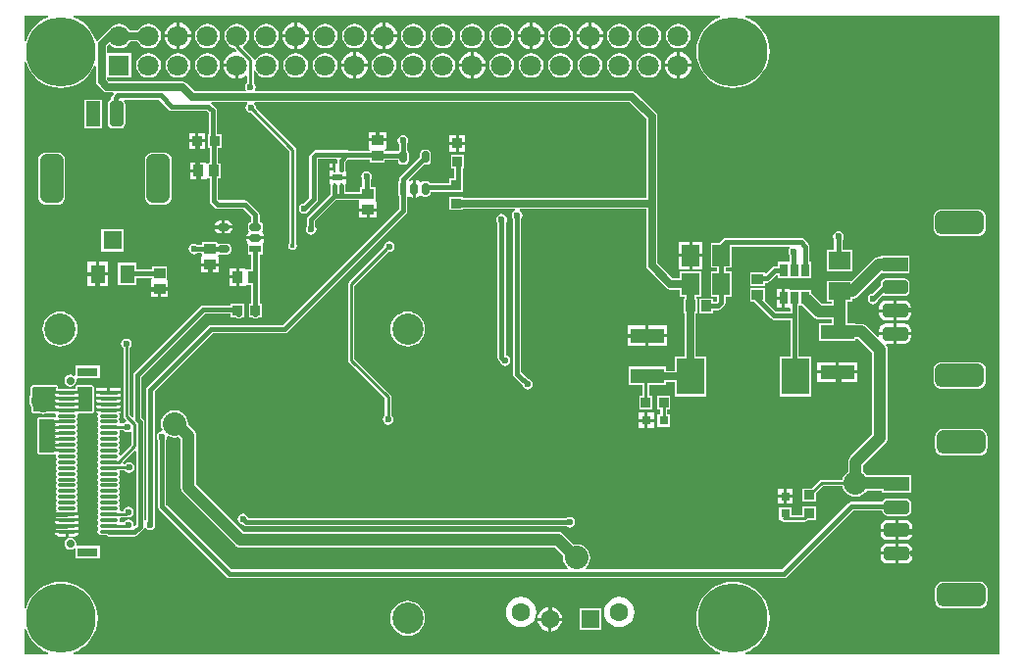
<source format=gtl>
G04*
G04 #@! TF.GenerationSoftware,Altium Limited,Altium Designer,18.0.12 (696)*
G04*
G04 Layer_Physical_Order=1*
G04 Layer_Color=255*
%FSLAX25Y25*%
%MOIN*%
G70*
G01*
G75*
%ADD14C,0.01575*%
%ADD15R,0.03150X0.03150*%
%ADD16R,0.03347X0.03347*%
%ADD17R,0.03347X0.03347*%
%ADD18R,0.03150X0.03150*%
%ADD19R,0.03937X0.03543*%
%ADD20R,0.02559X0.04331*%
G04:AMPARAMS|DCode=21|XSize=47.24mil|YSize=86.61mil|CornerRadius=11.81mil|HoleSize=0mil|Usage=FLASHONLY|Rotation=270.000|XOffset=0mil|YOffset=0mil|HoleType=Round|Shape=RoundedRectangle|*
%AMROUNDEDRECTD21*
21,1,0.04724,0.06299,0,0,270.0*
21,1,0.02362,0.08661,0,0,270.0*
1,1,0.02362,-0.03150,-0.01181*
1,1,0.02362,-0.03150,0.01181*
1,1,0.02362,0.03150,0.01181*
1,1,0.02362,0.03150,-0.01181*
%
%ADD21ROUNDEDRECTD21*%
%ADD22R,0.08661X0.04724*%
G04:AMPARAMS|DCode=23|XSize=78.74mil|YSize=165.35mil|CornerRadius=19.68mil|HoleSize=0mil|Usage=FLASHONLY|Rotation=270.000|XOffset=0mil|YOffset=0mil|HoleType=Round|Shape=RoundedRectangle|*
%AMROUNDEDRECTD23*
21,1,0.07874,0.12598,0,0,270.0*
21,1,0.03937,0.16535,0,0,270.0*
1,1,0.03937,-0.06299,-0.01968*
1,1,0.03937,-0.06299,0.01968*
1,1,0.03937,0.06299,0.01968*
1,1,0.03937,0.06299,-0.01968*
%
%ADD23ROUNDEDRECTD23*%
%ADD24R,0.07087X0.03150*%
%ADD25O,0.06299X0.01181*%
%ADD26R,0.06299X0.01181*%
%ADD27R,0.03937X0.02362*%
G04:AMPARAMS|DCode=28|XSize=23.62mil|YSize=39.37mil|CornerRadius=5.91mil|HoleSize=0mil|Usage=FLASHONLY|Rotation=270.000|XOffset=0mil|YOffset=0mil|HoleType=Round|Shape=RoundedRectangle|*
%AMROUNDEDRECTD28*
21,1,0.02362,0.02756,0,0,270.0*
21,1,0.01181,0.03937,0,0,270.0*
1,1,0.01181,-0.01378,-0.00591*
1,1,0.01181,-0.01378,0.00591*
1,1,0.01181,0.01378,0.00591*
1,1,0.01181,0.01378,-0.00591*
%
%ADD28ROUNDEDRECTD28*%
%ADD29R,0.09646X0.12205*%
%ADD30R,0.05906X0.07284*%
%ADD31R,0.11417X0.04921*%
%ADD32R,0.03543X0.03937*%
%ADD33R,0.07284X0.05906*%
G04:AMPARAMS|DCode=34|XSize=23.62mil|YSize=39.37mil|CornerRadius=5.91mil|HoleSize=0mil|Usage=FLASHONLY|Rotation=180.000|XOffset=0mil|YOffset=0mil|HoleType=Round|Shape=RoundedRectangle|*
%AMROUNDEDRECTD34*
21,1,0.02362,0.02756,0,0,180.0*
21,1,0.01181,0.03937,0,0,180.0*
1,1,0.01181,-0.00591,0.01378*
1,1,0.01181,0.00591,0.01378*
1,1,0.01181,0.00591,-0.01378*
1,1,0.01181,-0.00591,-0.01378*
%
%ADD34ROUNDEDRECTD34*%
%ADD35R,0.02362X0.03937*%
%ADD36R,0.05118X0.06299*%
%ADD37R,0.06299X0.06299*%
G04:AMPARAMS|DCode=38|XSize=47.24mil|YSize=86.61mil|CornerRadius=11.81mil|HoleSize=0mil|Usage=FLASHONLY|Rotation=0.000|XOffset=0mil|YOffset=0mil|HoleType=Round|Shape=RoundedRectangle|*
%AMROUNDEDRECTD38*
21,1,0.04724,0.06299,0,0,0.0*
21,1,0.02362,0.08661,0,0,0.0*
1,1,0.02362,0.01181,-0.03150*
1,1,0.02362,-0.01181,-0.03150*
1,1,0.02362,-0.01181,0.03150*
1,1,0.02362,0.01181,0.03150*
%
%ADD38ROUNDEDRECTD38*%
%ADD39R,0.04724X0.08661*%
G04:AMPARAMS|DCode=40|XSize=78.74mil|YSize=165.35mil|CornerRadius=19.68mil|HoleSize=0mil|Usage=FLASHONLY|Rotation=0.000|XOffset=0mil|YOffset=0mil|HoleType=Round|Shape=RoundedRectangle|*
%AMROUNDEDRECTD40*
21,1,0.07874,0.12598,0,0,0.0*
21,1,0.03937,0.16535,0,0,0.0*
1,1,0.03937,0.01968,-0.06299*
1,1,0.03937,-0.01968,-0.06299*
1,1,0.03937,-0.01968,0.06299*
1,1,0.03937,0.01968,0.06299*
%
%ADD40ROUNDEDRECTD40*%
%ADD41R,0.03386X0.01968*%
%ADD42R,0.00984X0.01968*%
%ADD81C,0.01000*%
%ADD82C,0.02500*%
%ADD83C,0.01500*%
%ADD84C,0.04000*%
%ADD85C,0.07087*%
%ADD86R,0.07087X0.07087*%
%ADD87C,0.06299*%
%ADD88C,0.02756*%
%ADD89C,0.23622*%
%ADD90C,0.10630*%
%ADD91C,0.02362*%
%ADD92C,0.08000*%
%ADD93C,0.01575*%
G36*
X-4410Y205062D02*
X-4310Y204562D01*
X-5652Y204006D01*
X-7318Y202985D01*
X-8803Y201716D01*
X-10072Y200231D01*
X-11092Y198565D01*
X-11840Y196760D01*
X-11943Y196330D01*
X-12444Y196389D01*
Y205062D01*
X-4410D01*
D02*
G37*
G36*
X223937Y205062D02*
X224036Y204562D01*
X222694Y204006D01*
X221029Y202985D01*
X219543Y201716D01*
X218275Y200231D01*
X217254Y198565D01*
X216506Y196760D01*
X216050Y194861D01*
X215897Y192913D01*
X216050Y190966D01*
X216506Y189066D01*
X217254Y187261D01*
X218275Y185596D01*
X219543Y184110D01*
X221029Y182842D01*
X222694Y181821D01*
X224499Y181073D01*
X226399Y180617D01*
X228346Y180464D01*
X230294Y180617D01*
X232193Y181073D01*
X233998Y181821D01*
X235664Y182842D01*
X237150Y184110D01*
X238418Y185596D01*
X239439Y187261D01*
X240187Y189066D01*
X240643Y190966D01*
X240796Y192913D01*
X240643Y194861D01*
X240187Y196760D01*
X239439Y198565D01*
X238418Y200231D01*
X237150Y201716D01*
X235664Y202985D01*
X233998Y204006D01*
X232657Y204562D01*
X232756Y205062D01*
X318939Y205062D01*
X318939Y-12148D01*
X232756Y-12148D01*
X232657Y-11648D01*
X233998Y-11092D01*
X235664Y-10072D01*
X237150Y-8803D01*
X238418Y-7318D01*
X239439Y-5652D01*
X240187Y-3847D01*
X240643Y-1947D01*
X240796Y0D01*
X240643Y1947D01*
X240187Y3847D01*
X239439Y5652D01*
X238418Y7318D01*
X237150Y8803D01*
X235664Y10072D01*
X233998Y11092D01*
X232193Y11840D01*
X230294Y12296D01*
X228346Y12449D01*
X226399Y12296D01*
X224499Y11840D01*
X222694Y11092D01*
X221029Y10072D01*
X219543Y8803D01*
X218275Y7318D01*
X217254Y5652D01*
X216506Y3847D01*
X216050Y1947D01*
X215897Y0D01*
X216050Y-1947D01*
X216506Y-3847D01*
X217254Y-5652D01*
X218275Y-7318D01*
X219543Y-8803D01*
X221029Y-10072D01*
X222694Y-11092D01*
X224036Y-11648D01*
X223937Y-12148D01*
X4410Y-12148D01*
X4310Y-11648D01*
X5652Y-11092D01*
X7318Y-10072D01*
X8803Y-8803D01*
X10072Y-7318D01*
X11092Y-5652D01*
X11840Y-3847D01*
X12296Y-1947D01*
X12449Y0D01*
X12296Y1947D01*
X11840Y3847D01*
X11092Y5652D01*
X10072Y7318D01*
X8803Y8803D01*
X7318Y10072D01*
X5652Y11092D01*
X3847Y11840D01*
X1947Y12296D01*
X0Y12449D01*
X-1947Y12296D01*
X-3847Y11840D01*
X-5652Y11092D01*
X-7318Y10072D01*
X-8803Y8803D01*
X-10072Y7318D01*
X-11092Y5652D01*
X-11840Y3847D01*
X-11943Y3416D01*
X-12444Y3475D01*
X-12444Y189438D01*
X-11943Y189497D01*
X-11840Y189066D01*
X-11092Y187261D01*
X-10072Y185596D01*
X-8803Y184110D01*
X-7318Y182842D01*
X-5652Y181821D01*
X-3847Y181073D01*
X-1947Y180617D01*
X0Y180464D01*
X1947Y180617D01*
X3847Y181073D01*
X5652Y181821D01*
X7318Y182842D01*
X8803Y184110D01*
X10072Y185596D01*
X11092Y187261D01*
X11393Y187988D01*
X11893Y187888D01*
Y182612D01*
X12037Y181890D01*
X12446Y181278D01*
X14217Y179506D01*
X14829Y179097D01*
X15551Y178954D01*
X17585D01*
X17792Y178454D01*
X17504Y178166D01*
X17197Y177707D01*
X17089Y177165D01*
Y176494D01*
X17022Y176481D01*
X16432Y176087D01*
X16039Y175498D01*
X15901Y174803D01*
Y168504D01*
X16039Y167809D01*
X16432Y167220D01*
X17022Y166826D01*
X17717Y166688D01*
X20079D01*
X20774Y166826D01*
X21363Y167220D01*
X21757Y167809D01*
X21895Y168504D01*
Y174803D01*
X21757Y175498D01*
X21396Y176038D01*
X21452Y176266D01*
X21588Y176538D01*
X33228D01*
X36595Y173171D01*
X37053Y172865D01*
X37595Y172757D01*
X49423D01*
X50160Y172020D01*
Y164765D01*
X49990D01*
Y160219D01*
X50455D01*
Y155178D01*
X50102Y154824D01*
X49568Y154824D01*
X49327Y155224D01*
X49257Y155224D01*
X49257Y155224D01*
X47055D01*
Y152256D01*
Y149287D01*
X49257D01*
X49257Y149287D01*
X49327D01*
X49568Y149687D01*
X49827Y149687D01*
X50455D01*
Y142118D01*
X50563Y141577D01*
X50870Y141118D01*
X52149Y139838D01*
X52608Y139532D01*
X53150Y139424D01*
X61918D01*
X64629Y136713D01*
Y134959D01*
X64201Y134873D01*
X63807Y134610D01*
X63544Y134216D01*
X63451Y133752D01*
Y132571D01*
X63544Y132106D01*
X63717Y131847D01*
X63807Y131712D01*
X63627Y131231D01*
X63519Y131158D01*
X63167Y130632D01*
X63044Y130012D01*
Y129921D01*
X66043D01*
X69043D01*
Y130012D01*
X68919Y130632D01*
X68568Y131158D01*
X68459Y131231D01*
X68280Y131712D01*
X68369Y131847D01*
X68543Y132106D01*
X68635Y132571D01*
Y133752D01*
X68543Y134216D01*
X68280Y134610D01*
X67886Y134873D01*
X67458Y134959D01*
Y137299D01*
X67350Y137841D01*
X67044Y138300D01*
X63504Y141839D01*
X63045Y142146D01*
X62504Y142253D01*
X53736D01*
X53285Y142704D01*
Y149687D01*
X54242D01*
Y154824D01*
X53285D01*
Y160219D01*
X54537D01*
Y164765D01*
X52989D01*
Y172606D01*
X52882Y173147D01*
X52575Y173606D01*
X51009Y175172D01*
X51007Y175173D01*
X51159Y175673D01*
X63137D01*
X63289Y175173D01*
X63184Y175103D01*
X62791Y174514D01*
X62652Y173819D01*
X62791Y173124D01*
X63184Y172535D01*
X63774Y172141D01*
X64468Y172003D01*
X64660Y172041D01*
X77619Y159083D01*
Y127590D01*
X77433Y127313D01*
X77326Y126772D01*
X77433Y126230D01*
X77740Y125771D01*
X78199Y125465D01*
X78740Y125357D01*
X79282Y125465D01*
X79740Y125771D01*
X80047Y126230D01*
X80155Y126772D01*
X80047Y127313D01*
X79862Y127590D01*
Y159547D01*
X79862Y159547D01*
X79776Y159976D01*
X79533Y160340D01*
X79533Y160340D01*
X66246Y173627D01*
X66285Y173819D01*
X66146Y174514D01*
X65753Y175103D01*
X65648Y175173D01*
X65800Y175673D01*
X193160D01*
X198901Y169932D01*
Y143103D01*
X136525D01*
Y143490D01*
X131979D01*
Y138943D01*
X136525D01*
Y139330D01*
X154164D01*
X154220Y139172D01*
X154247Y138830D01*
X153736Y138489D01*
X153342Y137900D01*
X153204Y137205D01*
X153342Y136510D01*
X153605Y136116D01*
Y83169D01*
X153713Y82628D01*
X154019Y82169D01*
X156793Y79396D01*
X156885Y78931D01*
X157279Y78342D01*
X157868Y77948D01*
X158563Y77810D01*
X159258Y77948D01*
X159847Y78342D01*
X160241Y78931D01*
X160379Y79626D01*
X160241Y80321D01*
X159847Y80910D01*
X159258Y81304D01*
X158793Y81396D01*
X156434Y83755D01*
Y136116D01*
X156697Y136510D01*
X156836Y137205D01*
X156697Y137900D01*
X156304Y138489D01*
X155793Y138830D01*
X155819Y139172D01*
X155876Y139330D01*
X198901D01*
Y120079D01*
X199045Y119357D01*
X199454Y118745D01*
X205753Y112446D01*
X206365Y112037D01*
X207087Y111893D01*
X210399D01*
Y109538D01*
X212065D01*
Y108868D01*
X211506D01*
Y103731D01*
X211992D01*
Y88986D01*
X208529D01*
Y84170D01*
X205521D01*
Y85639D01*
X192904D01*
Y79518D01*
X197591D01*
Y75616D01*
X196439D01*
Y71069D01*
X200986D01*
Y75616D01*
X199834D01*
Y79518D01*
X205521D01*
Y80397D01*
X208529D01*
Y75581D01*
X219374D01*
Y88986D01*
X215764D01*
Y103731D01*
X216250D01*
Y108868D01*
X215838D01*
Y109538D01*
X217504D01*
Y118021D01*
X210399D01*
Y115666D01*
X207868D01*
X202674Y120860D01*
Y141217D01*
X202556Y141807D01*
X202674Y142398D01*
Y170713D01*
X202530Y171435D01*
X202121Y172047D01*
X195276Y178893D01*
X194664Y179302D01*
X193942Y179445D01*
X66198D01*
X65963Y179886D01*
X66048Y180014D01*
X66186Y180709D01*
X66048Y181404D01*
X65654Y181993D01*
X65529Y182077D01*
Y186280D01*
X66029Y186379D01*
X66145Y186100D01*
X66809Y185234D01*
X67674Y184570D01*
X68682Y184152D01*
X69764Y184010D01*
X70845Y184152D01*
X71853Y184570D01*
X72719Y185234D01*
X73383Y186100D01*
X73800Y187107D01*
X73943Y188189D01*
X73800Y189271D01*
X73383Y190278D01*
X72719Y191144D01*
X71853Y191808D01*
X70845Y192226D01*
X69764Y192368D01*
X68682Y192226D01*
X67674Y191808D01*
X66809Y191144D01*
X66145Y190278D01*
X66029Y189998D01*
X65529Y190098D01*
Y190112D01*
X65443Y190542D01*
X65200Y190905D01*
X65200Y190905D01*
X61980Y194125D01*
X62074Y194739D01*
X62719Y195234D01*
X63383Y196099D01*
X63800Y197107D01*
X63943Y198189D01*
X63800Y199271D01*
X63383Y200278D01*
X62719Y201144D01*
X61853Y201808D01*
X60845Y202226D01*
X59764Y202368D01*
X58682Y202226D01*
X57674Y201808D01*
X56809Y201144D01*
X56145Y200278D01*
X55727Y199271D01*
X55585Y198189D01*
X55727Y197107D01*
X56145Y196099D01*
X56809Y195234D01*
X57674Y194570D01*
X58682Y194152D01*
X58859Y194129D01*
X58971Y193963D01*
X59670Y193263D01*
X59491Y192736D01*
X58578Y192615D01*
X57472Y192157D01*
X56524Y191429D01*
X55795Y190480D01*
X55337Y189375D01*
X55247Y188689D01*
X59764D01*
Y188189D01*
X60264D01*
Y183672D01*
X60950Y183763D01*
X62055Y184220D01*
X62786Y184781D01*
X63285Y184534D01*
Y182126D01*
X63086Y181993D01*
X62692Y181404D01*
X62554Y180709D01*
X62692Y180014D01*
X62778Y179886D01*
X62542Y179445D01*
X45456D01*
X42727Y182174D01*
X42115Y182583D01*
X41393Y182726D01*
X16332D01*
X15666Y183393D01*
Y184046D01*
X23907D01*
Y192332D01*
X15666D01*
Y194544D01*
X16384Y195262D01*
X16809Y195234D01*
X17674Y194570D01*
X18682Y194152D01*
X19764Y194010D01*
X20845Y194152D01*
X21853Y194570D01*
X22719Y195234D01*
X23383Y196099D01*
X23467Y196303D01*
X26060D01*
X26145Y196099D01*
X26809Y195234D01*
X27674Y194570D01*
X28682Y194152D01*
X29764Y194010D01*
X30845Y194152D01*
X31853Y194570D01*
X32719Y195234D01*
X33383Y196099D01*
X33800Y197107D01*
X33943Y198189D01*
X33800Y199271D01*
X33383Y200278D01*
X32719Y201144D01*
X31853Y201808D01*
X30845Y202226D01*
X29764Y202368D01*
X28682Y202226D01*
X27674Y201808D01*
X26809Y201144D01*
X26145Y200278D01*
X26060Y200075D01*
X23467D01*
X23383Y200278D01*
X22719Y201144D01*
X21853Y201808D01*
X20845Y202226D01*
X19764Y202368D01*
X18682Y202226D01*
X17674Y201808D01*
X16809Y201144D01*
X16145Y200278D01*
X16008Y199949D01*
X15922Y199932D01*
X15310Y199523D01*
X12446Y196659D01*
X12396Y196585D01*
X11859Y196681D01*
X11840Y196760D01*
X11092Y198565D01*
X10072Y200231D01*
X8803Y201716D01*
X7318Y202985D01*
X5652Y204006D01*
X4310Y204562D01*
X4410Y205062D01*
X223937Y205062D01*
D02*
G37*
G36*
X-11840Y-3847D02*
X-11092Y-5652D01*
X-10072Y-7318D01*
X-8803Y-8803D01*
X-7318Y-10072D01*
X-5652Y-11092D01*
X-4310Y-11648D01*
X-4410Y-12148D01*
X-12444D01*
Y-3475D01*
X-11943Y-3416D01*
X-11840Y-3847D01*
D02*
G37*
%LPC*%
G36*
X180264Y202706D02*
Y198689D01*
X184281D01*
X184190Y199375D01*
X183732Y200480D01*
X183004Y201429D01*
X182055Y202157D01*
X180950Y202615D01*
X180264Y202706D01*
D02*
G37*
G36*
X179264D02*
X178578Y202615D01*
X177472Y202157D01*
X176523Y201429D01*
X175795Y200480D01*
X175337Y199375D01*
X175247Y198689D01*
X179264D01*
Y202706D01*
D02*
G37*
G36*
X160264D02*
Y198689D01*
X164280D01*
X164190Y199375D01*
X163732Y200480D01*
X163004Y201429D01*
X162055Y202157D01*
X160950Y202615D01*
X160264Y202706D01*
D02*
G37*
G36*
X159264D02*
X158578Y202615D01*
X157473Y202157D01*
X156524Y201429D01*
X155795Y200480D01*
X155337Y199375D01*
X155247Y198689D01*
X159264D01*
Y202706D01*
D02*
G37*
G36*
X110264D02*
Y198689D01*
X114280D01*
X114190Y199375D01*
X113732Y200480D01*
X113004Y201429D01*
X112055Y202157D01*
X110950Y202615D01*
X110264Y202706D01*
D02*
G37*
G36*
X109264D02*
X108578Y202615D01*
X107473Y202157D01*
X106524Y201429D01*
X105795Y200480D01*
X105337Y199375D01*
X105247Y198689D01*
X109264D01*
Y202706D01*
D02*
G37*
G36*
X80264D02*
Y198689D01*
X84281D01*
X84190Y199375D01*
X83732Y200480D01*
X83004Y201429D01*
X82055Y202157D01*
X80950Y202615D01*
X80264Y202706D01*
D02*
G37*
G36*
X79264D02*
X78578Y202615D01*
X77473Y202157D01*
X76524Y201429D01*
X75795Y200480D01*
X75337Y199375D01*
X75247Y198689D01*
X79264D01*
Y202706D01*
D02*
G37*
G36*
X40264D02*
Y198689D01*
X44280D01*
X44190Y199375D01*
X43732Y200480D01*
X43004Y201429D01*
X42055Y202157D01*
X40950Y202615D01*
X40264Y202706D01*
D02*
G37*
G36*
X39264D02*
X38578Y202615D01*
X37473Y202157D01*
X36524Y201429D01*
X35795Y200480D01*
X35337Y199375D01*
X35247Y198689D01*
X39264D01*
Y202706D01*
D02*
G37*
G36*
X209764Y202368D02*
X208682Y202226D01*
X207674Y201808D01*
X206809Y201144D01*
X206145Y200278D01*
X205727Y199271D01*
X205585Y198189D01*
X205727Y197107D01*
X206145Y196099D01*
X206809Y195234D01*
X207674Y194570D01*
X208682Y194152D01*
X209764Y194010D01*
X210845Y194152D01*
X211853Y194570D01*
X212719Y195234D01*
X213383Y196099D01*
X213800Y197107D01*
X213943Y198189D01*
X213800Y199271D01*
X213383Y200278D01*
X212719Y201144D01*
X211853Y201808D01*
X210845Y202226D01*
X209764Y202368D01*
D02*
G37*
G36*
X199764D02*
X198682Y202226D01*
X197674Y201808D01*
X196809Y201144D01*
X196145Y200278D01*
X195727Y199271D01*
X195585Y198189D01*
X195727Y197107D01*
X196145Y196099D01*
X196809Y195234D01*
X197674Y194570D01*
X198682Y194152D01*
X199764Y194010D01*
X200845Y194152D01*
X201853Y194570D01*
X202719Y195234D01*
X203383Y196099D01*
X203800Y197107D01*
X203943Y198189D01*
X203800Y199271D01*
X203383Y200278D01*
X202719Y201144D01*
X201853Y201808D01*
X200845Y202226D01*
X199764Y202368D01*
D02*
G37*
G36*
X189764D02*
X188682Y202226D01*
X187674Y201808D01*
X186809Y201144D01*
X186145Y200278D01*
X185727Y199271D01*
X185585Y198189D01*
X185727Y197107D01*
X186145Y196099D01*
X186809Y195234D01*
X187674Y194570D01*
X188682Y194152D01*
X189764Y194010D01*
X190845Y194152D01*
X191853Y194570D01*
X192719Y195234D01*
X193383Y196099D01*
X193800Y197107D01*
X193943Y198189D01*
X193800Y199271D01*
X193383Y200278D01*
X192719Y201144D01*
X191853Y201808D01*
X190845Y202226D01*
X189764Y202368D01*
D02*
G37*
G36*
X169764D02*
X168682Y202226D01*
X167674Y201808D01*
X166809Y201144D01*
X166145Y200278D01*
X165727Y199271D01*
X165585Y198189D01*
X165727Y197107D01*
X166145Y196099D01*
X166809Y195234D01*
X167674Y194570D01*
X168682Y194152D01*
X169764Y194010D01*
X170845Y194152D01*
X171853Y194570D01*
X172719Y195234D01*
X173383Y196099D01*
X173800Y197107D01*
X173943Y198189D01*
X173800Y199271D01*
X173383Y200278D01*
X172719Y201144D01*
X171853Y201808D01*
X170845Y202226D01*
X169764Y202368D01*
D02*
G37*
G36*
X149764D02*
X148682Y202226D01*
X147674Y201808D01*
X146809Y201144D01*
X146145Y200278D01*
X145727Y199271D01*
X145585Y198189D01*
X145727Y197107D01*
X146145Y196099D01*
X146809Y195234D01*
X147674Y194570D01*
X148682Y194152D01*
X149764Y194010D01*
X150845Y194152D01*
X151853Y194570D01*
X152719Y195234D01*
X153383Y196099D01*
X153800Y197107D01*
X153943Y198189D01*
X153800Y199271D01*
X153383Y200278D01*
X152719Y201144D01*
X151853Y201808D01*
X150845Y202226D01*
X149764Y202368D01*
D02*
G37*
G36*
X139764D02*
X138682Y202226D01*
X137674Y201808D01*
X136809Y201144D01*
X136145Y200278D01*
X135727Y199271D01*
X135585Y198189D01*
X135727Y197107D01*
X136145Y196099D01*
X136809Y195234D01*
X137674Y194570D01*
X138682Y194152D01*
X139764Y194010D01*
X140845Y194152D01*
X141853Y194570D01*
X142719Y195234D01*
X143383Y196099D01*
X143800Y197107D01*
X143943Y198189D01*
X143800Y199271D01*
X143383Y200278D01*
X142719Y201144D01*
X141853Y201808D01*
X140845Y202226D01*
X139764Y202368D01*
D02*
G37*
G36*
X129764D02*
X128682Y202226D01*
X127674Y201808D01*
X126809Y201144D01*
X126145Y200278D01*
X125727Y199271D01*
X125585Y198189D01*
X125727Y197107D01*
X126145Y196099D01*
X126809Y195234D01*
X127674Y194570D01*
X128682Y194152D01*
X129764Y194010D01*
X130845Y194152D01*
X131853Y194570D01*
X132719Y195234D01*
X133383Y196099D01*
X133800Y197107D01*
X133943Y198189D01*
X133800Y199271D01*
X133383Y200278D01*
X132719Y201144D01*
X131853Y201808D01*
X130845Y202226D01*
X129764Y202368D01*
D02*
G37*
G36*
X119764D02*
X118682Y202226D01*
X117674Y201808D01*
X116809Y201144D01*
X116145Y200278D01*
X115727Y199271D01*
X115585Y198189D01*
X115727Y197107D01*
X116145Y196099D01*
X116809Y195234D01*
X117674Y194570D01*
X118682Y194152D01*
X119764Y194010D01*
X120845Y194152D01*
X121853Y194570D01*
X122719Y195234D01*
X123383Y196099D01*
X123800Y197107D01*
X123943Y198189D01*
X123800Y199271D01*
X123383Y200278D01*
X122719Y201144D01*
X121853Y201808D01*
X120845Y202226D01*
X119764Y202368D01*
D02*
G37*
G36*
X99764D02*
X98682Y202226D01*
X97674Y201808D01*
X96809Y201144D01*
X96145Y200278D01*
X95727Y199271D01*
X95585Y198189D01*
X95727Y197107D01*
X96145Y196099D01*
X96809Y195234D01*
X97674Y194570D01*
X98682Y194152D01*
X99764Y194010D01*
X100845Y194152D01*
X101853Y194570D01*
X102719Y195234D01*
X103383Y196099D01*
X103800Y197107D01*
X103943Y198189D01*
X103800Y199271D01*
X103383Y200278D01*
X102719Y201144D01*
X101853Y201808D01*
X100845Y202226D01*
X99764Y202368D01*
D02*
G37*
G36*
X89764D02*
X88682Y202226D01*
X87674Y201808D01*
X86809Y201144D01*
X86145Y200278D01*
X85727Y199271D01*
X85585Y198189D01*
X85727Y197107D01*
X86145Y196099D01*
X86809Y195234D01*
X87674Y194570D01*
X88682Y194152D01*
X89764Y194010D01*
X90845Y194152D01*
X91853Y194570D01*
X92719Y195234D01*
X93383Y196099D01*
X93800Y197107D01*
X93943Y198189D01*
X93800Y199271D01*
X93383Y200278D01*
X92719Y201144D01*
X91853Y201808D01*
X90845Y202226D01*
X89764Y202368D01*
D02*
G37*
G36*
X69764D02*
X68682Y202226D01*
X67674Y201808D01*
X66809Y201144D01*
X66145Y200278D01*
X65727Y199271D01*
X65585Y198189D01*
X65727Y197107D01*
X66145Y196099D01*
X66809Y195234D01*
X67674Y194570D01*
X68682Y194152D01*
X69764Y194010D01*
X70845Y194152D01*
X71853Y194570D01*
X72719Y195234D01*
X73383Y196099D01*
X73800Y197107D01*
X73943Y198189D01*
X73800Y199271D01*
X73383Y200278D01*
X72719Y201144D01*
X71853Y201808D01*
X70845Y202226D01*
X69764Y202368D01*
D02*
G37*
G36*
X49764D02*
X48682Y202226D01*
X47674Y201808D01*
X46809Y201144D01*
X46145Y200278D01*
X45727Y199271D01*
X45585Y198189D01*
X45727Y197107D01*
X46145Y196099D01*
X46809Y195234D01*
X47674Y194570D01*
X48682Y194152D01*
X49764Y194010D01*
X50845Y194152D01*
X51853Y194570D01*
X52719Y195234D01*
X53383Y196099D01*
X53800Y197107D01*
X53943Y198189D01*
X53800Y199271D01*
X53383Y200278D01*
X52719Y201144D01*
X51853Y201808D01*
X50845Y202226D01*
X49764Y202368D01*
D02*
G37*
G36*
X184281Y197689D02*
X180264D01*
Y193672D01*
X180950Y193763D01*
X182055Y194220D01*
X183004Y194949D01*
X183732Y195898D01*
X184190Y197003D01*
X184281Y197689D01*
D02*
G37*
G36*
X179264D02*
X175247D01*
X175337Y197003D01*
X175795Y195898D01*
X176523Y194949D01*
X177472Y194220D01*
X178578Y193763D01*
X179264Y193672D01*
Y197689D01*
D02*
G37*
G36*
X164280D02*
X160264D01*
Y193672D01*
X160950Y193763D01*
X162055Y194220D01*
X163004Y194949D01*
X163732Y195898D01*
X164190Y197003D01*
X164280Y197689D01*
D02*
G37*
G36*
X159264D02*
X155247D01*
X155337Y197003D01*
X155795Y195898D01*
X156524Y194949D01*
X157473Y194220D01*
X158578Y193763D01*
X159264Y193672D01*
Y197689D01*
D02*
G37*
G36*
X114280D02*
X110264D01*
Y193672D01*
X110950Y193763D01*
X112055Y194220D01*
X113004Y194949D01*
X113732Y195898D01*
X114190Y197003D01*
X114280Y197689D01*
D02*
G37*
G36*
X109264D02*
X105247D01*
X105337Y197003D01*
X105795Y195898D01*
X106524Y194949D01*
X107473Y194220D01*
X108578Y193763D01*
X109264Y193672D01*
Y197689D01*
D02*
G37*
G36*
X84281D02*
X80264D01*
Y193672D01*
X80950Y193763D01*
X82055Y194220D01*
X83004Y194949D01*
X83732Y195898D01*
X84190Y197003D01*
X84281Y197689D01*
D02*
G37*
G36*
X79264D02*
X75247D01*
X75337Y197003D01*
X75795Y195898D01*
X76524Y194949D01*
X77473Y194220D01*
X78578Y193763D01*
X79264Y193672D01*
Y197689D01*
D02*
G37*
G36*
X44280D02*
X40264D01*
Y193672D01*
X40950Y193763D01*
X42055Y194220D01*
X43004Y194949D01*
X43732Y195898D01*
X44190Y197003D01*
X44280Y197689D01*
D02*
G37*
G36*
X39264D02*
X35247D01*
X35337Y197003D01*
X35795Y195898D01*
X36524Y194949D01*
X37473Y194220D01*
X38578Y193763D01*
X39264Y193672D01*
Y197689D01*
D02*
G37*
G36*
X210264Y192706D02*
Y188689D01*
X214281D01*
X214190Y189375D01*
X213732Y190480D01*
X213004Y191429D01*
X212055Y192157D01*
X210950Y192615D01*
X210264Y192706D01*
D02*
G37*
G36*
X209264D02*
X208578Y192615D01*
X207472Y192157D01*
X206523Y191429D01*
X205795Y190480D01*
X205337Y189375D01*
X205247Y188689D01*
X209264D01*
Y192706D01*
D02*
G37*
G36*
X140264D02*
Y188689D01*
X144281D01*
X144190Y189375D01*
X143732Y190480D01*
X143004Y191429D01*
X142055Y192157D01*
X140950Y192615D01*
X140264Y192706D01*
D02*
G37*
G36*
X139264D02*
X138578Y192615D01*
X137472Y192157D01*
X136523Y191429D01*
X135795Y190480D01*
X135337Y189375D01*
X135247Y188689D01*
X139264D01*
Y192706D01*
D02*
G37*
G36*
X100264D02*
Y188689D01*
X104280D01*
X104190Y189375D01*
X103732Y190480D01*
X103004Y191429D01*
X102055Y192157D01*
X100950Y192615D01*
X100264Y192706D01*
D02*
G37*
G36*
X99264D02*
X98578Y192615D01*
X97473Y192157D01*
X96523Y191429D01*
X95795Y190480D01*
X95337Y189375D01*
X95247Y188689D01*
X99264D01*
Y192706D01*
D02*
G37*
G36*
X199764Y192368D02*
X198682Y192226D01*
X197674Y191808D01*
X196809Y191144D01*
X196145Y190278D01*
X195727Y189271D01*
X195585Y188189D01*
X195727Y187107D01*
X196145Y186100D01*
X196809Y185234D01*
X197674Y184570D01*
X198682Y184152D01*
X199764Y184010D01*
X200845Y184152D01*
X201853Y184570D01*
X202719Y185234D01*
X203383Y186100D01*
X203800Y187107D01*
X203943Y188189D01*
X203800Y189271D01*
X203383Y190278D01*
X202719Y191144D01*
X201853Y191808D01*
X200845Y192226D01*
X199764Y192368D01*
D02*
G37*
G36*
X189764D02*
X188682Y192226D01*
X187674Y191808D01*
X186809Y191144D01*
X186145Y190278D01*
X185727Y189271D01*
X185585Y188189D01*
X185727Y187107D01*
X186145Y186100D01*
X186809Y185234D01*
X187674Y184570D01*
X188682Y184152D01*
X189764Y184010D01*
X190845Y184152D01*
X191853Y184570D01*
X192719Y185234D01*
X193383Y186100D01*
X193800Y187107D01*
X193943Y188189D01*
X193800Y189271D01*
X193383Y190278D01*
X192719Y191144D01*
X191853Y191808D01*
X190845Y192226D01*
X189764Y192368D01*
D02*
G37*
G36*
X179764D02*
X178682Y192226D01*
X177674Y191808D01*
X176809Y191144D01*
X176145Y190278D01*
X175727Y189271D01*
X175585Y188189D01*
X175727Y187107D01*
X176145Y186100D01*
X176809Y185234D01*
X177674Y184570D01*
X178682Y184152D01*
X179764Y184010D01*
X180845Y184152D01*
X181853Y184570D01*
X182719Y185234D01*
X183383Y186100D01*
X183800Y187107D01*
X183943Y188189D01*
X183800Y189271D01*
X183383Y190278D01*
X182719Y191144D01*
X181853Y191808D01*
X180845Y192226D01*
X179764Y192368D01*
D02*
G37*
G36*
X169764D02*
X168682Y192226D01*
X167674Y191808D01*
X166809Y191144D01*
X166145Y190278D01*
X165727Y189271D01*
X165585Y188189D01*
X165727Y187107D01*
X166145Y186100D01*
X166809Y185234D01*
X167674Y184570D01*
X168682Y184152D01*
X169764Y184010D01*
X170845Y184152D01*
X171853Y184570D01*
X172719Y185234D01*
X173383Y186100D01*
X173800Y187107D01*
X173943Y188189D01*
X173800Y189271D01*
X173383Y190278D01*
X172719Y191144D01*
X171853Y191808D01*
X170845Y192226D01*
X169764Y192368D01*
D02*
G37*
G36*
X159764D02*
X158682Y192226D01*
X157674Y191808D01*
X156809Y191144D01*
X156145Y190278D01*
X155727Y189271D01*
X155585Y188189D01*
X155727Y187107D01*
X156145Y186100D01*
X156809Y185234D01*
X157674Y184570D01*
X158682Y184152D01*
X159764Y184010D01*
X160845Y184152D01*
X161853Y184570D01*
X162719Y185234D01*
X163383Y186100D01*
X163800Y187107D01*
X163943Y188189D01*
X163800Y189271D01*
X163383Y190278D01*
X162719Y191144D01*
X161853Y191808D01*
X160845Y192226D01*
X159764Y192368D01*
D02*
G37*
G36*
X149764D02*
X148682Y192226D01*
X147674Y191808D01*
X146809Y191144D01*
X146145Y190278D01*
X145727Y189271D01*
X145585Y188189D01*
X145727Y187107D01*
X146145Y186100D01*
X146809Y185234D01*
X147674Y184570D01*
X148682Y184152D01*
X149764Y184010D01*
X150845Y184152D01*
X151853Y184570D01*
X152719Y185234D01*
X153383Y186100D01*
X153800Y187107D01*
X153943Y188189D01*
X153800Y189271D01*
X153383Y190278D01*
X152719Y191144D01*
X151853Y191808D01*
X150845Y192226D01*
X149764Y192368D01*
D02*
G37*
G36*
X129764D02*
X128682Y192226D01*
X127674Y191808D01*
X126809Y191144D01*
X126145Y190278D01*
X125727Y189271D01*
X125585Y188189D01*
X125727Y187107D01*
X126145Y186100D01*
X126809Y185234D01*
X127674Y184570D01*
X128682Y184152D01*
X129764Y184010D01*
X130845Y184152D01*
X131853Y184570D01*
X132719Y185234D01*
X133383Y186100D01*
X133800Y187107D01*
X133943Y188189D01*
X133800Y189271D01*
X133383Y190278D01*
X132719Y191144D01*
X131853Y191808D01*
X130845Y192226D01*
X129764Y192368D01*
D02*
G37*
G36*
X119764D02*
X118682Y192226D01*
X117674Y191808D01*
X116809Y191144D01*
X116145Y190278D01*
X115727Y189271D01*
X115585Y188189D01*
X115727Y187107D01*
X116145Y186100D01*
X116809Y185234D01*
X117674Y184570D01*
X118682Y184152D01*
X119764Y184010D01*
X120845Y184152D01*
X121853Y184570D01*
X122719Y185234D01*
X123383Y186100D01*
X123800Y187107D01*
X123943Y188189D01*
X123800Y189271D01*
X123383Y190278D01*
X122719Y191144D01*
X121853Y191808D01*
X120845Y192226D01*
X119764Y192368D01*
D02*
G37*
G36*
X109764D02*
X108682Y192226D01*
X107674Y191808D01*
X106809Y191144D01*
X106145Y190278D01*
X105727Y189271D01*
X105585Y188189D01*
X105727Y187107D01*
X106145Y186100D01*
X106809Y185234D01*
X107674Y184570D01*
X108682Y184152D01*
X109764Y184010D01*
X110845Y184152D01*
X111853Y184570D01*
X112719Y185234D01*
X113383Y186100D01*
X113800Y187107D01*
X113943Y188189D01*
X113800Y189271D01*
X113383Y190278D01*
X112719Y191144D01*
X111853Y191808D01*
X110845Y192226D01*
X109764Y192368D01*
D02*
G37*
G36*
X89764D02*
X88682Y192226D01*
X87674Y191808D01*
X86809Y191144D01*
X86145Y190278D01*
X85727Y189271D01*
X85585Y188189D01*
X85727Y187107D01*
X86145Y186100D01*
X86809Y185234D01*
X87674Y184570D01*
X88682Y184152D01*
X89764Y184010D01*
X90845Y184152D01*
X91853Y184570D01*
X92719Y185234D01*
X93383Y186100D01*
X93800Y187107D01*
X93943Y188189D01*
X93800Y189271D01*
X93383Y190278D01*
X92719Y191144D01*
X91853Y191808D01*
X90845Y192226D01*
X89764Y192368D01*
D02*
G37*
G36*
X79764D02*
X78682Y192226D01*
X77674Y191808D01*
X76809Y191144D01*
X76145Y190278D01*
X75727Y189271D01*
X75585Y188189D01*
X75727Y187107D01*
X76145Y186100D01*
X76809Y185234D01*
X77674Y184570D01*
X78682Y184152D01*
X79764Y184010D01*
X80845Y184152D01*
X81853Y184570D01*
X82719Y185234D01*
X83383Y186100D01*
X83800Y187107D01*
X83943Y188189D01*
X83800Y189271D01*
X83383Y190278D01*
X82719Y191144D01*
X81853Y191808D01*
X80845Y192226D01*
X79764Y192368D01*
D02*
G37*
G36*
X49764D02*
X48682Y192226D01*
X47674Y191808D01*
X46809Y191144D01*
X46145Y190278D01*
X45727Y189271D01*
X45585Y188189D01*
X45727Y187107D01*
X46145Y186100D01*
X46809Y185234D01*
X47674Y184570D01*
X48682Y184152D01*
X49764Y184010D01*
X50845Y184152D01*
X51853Y184570D01*
X52719Y185234D01*
X53383Y186100D01*
X53800Y187107D01*
X53943Y188189D01*
X53800Y189271D01*
X53383Y190278D01*
X52719Y191144D01*
X51853Y191808D01*
X50845Y192226D01*
X49764Y192368D01*
D02*
G37*
G36*
X39764D02*
X38682Y192226D01*
X37674Y191808D01*
X36809Y191144D01*
X36145Y190278D01*
X35727Y189271D01*
X35585Y188189D01*
X35727Y187107D01*
X36145Y186100D01*
X36809Y185234D01*
X37674Y184570D01*
X38682Y184152D01*
X39764Y184010D01*
X40845Y184152D01*
X41853Y184570D01*
X42719Y185234D01*
X43383Y186100D01*
X43800Y187107D01*
X43943Y188189D01*
X43800Y189271D01*
X43383Y190278D01*
X42719Y191144D01*
X41853Y191808D01*
X40845Y192226D01*
X39764Y192368D01*
D02*
G37*
G36*
X29764D02*
X28682Y192226D01*
X27674Y191808D01*
X26809Y191144D01*
X26145Y190278D01*
X25727Y189271D01*
X25585Y188189D01*
X25727Y187107D01*
X26145Y186100D01*
X26809Y185234D01*
X27674Y184570D01*
X28682Y184152D01*
X29764Y184010D01*
X30845Y184152D01*
X31853Y184570D01*
X32719Y185234D01*
X33383Y186100D01*
X33800Y187107D01*
X33943Y188189D01*
X33800Y189271D01*
X33383Y190278D01*
X32719Y191144D01*
X31853Y191808D01*
X30845Y192226D01*
X29764Y192368D01*
D02*
G37*
G36*
X214281Y187689D02*
X210264D01*
Y183672D01*
X210950Y183763D01*
X212055Y184220D01*
X213004Y184949D01*
X213732Y185898D01*
X214190Y187003D01*
X214281Y187689D01*
D02*
G37*
G36*
X209264D02*
X205247D01*
X205337Y187003D01*
X205795Y185898D01*
X206523Y184949D01*
X207472Y184220D01*
X208578Y183763D01*
X209264Y183672D01*
Y187689D01*
D02*
G37*
G36*
X144281D02*
X140264D01*
Y183672D01*
X140950Y183763D01*
X142055Y184220D01*
X143004Y184949D01*
X143732Y185898D01*
X144190Y187003D01*
X144281Y187689D01*
D02*
G37*
G36*
X139264D02*
X135247D01*
X135337Y187003D01*
X135795Y185898D01*
X136523Y184949D01*
X137472Y184220D01*
X138578Y183763D01*
X139264Y183672D01*
Y187689D01*
D02*
G37*
G36*
X104280D02*
X100264D01*
Y183672D01*
X100950Y183763D01*
X102055Y184220D01*
X103004Y184949D01*
X103732Y185898D01*
X104190Y187003D01*
X104280Y187689D01*
D02*
G37*
G36*
X99264D02*
X95247D01*
X95337Y187003D01*
X95795Y185898D01*
X96523Y184949D01*
X97473Y184220D01*
X98578Y183763D01*
X99264Y183672D01*
Y187689D01*
D02*
G37*
G36*
X59264D02*
X55247D01*
X55337Y187003D01*
X55795Y185898D01*
X56524Y184949D01*
X57472Y184220D01*
X58578Y183763D01*
X59264Y183672D01*
Y187689D01*
D02*
G37*
G36*
X13986Y176584D02*
X8061D01*
Y166723D01*
X13986D01*
Y176584D01*
D02*
G37*
G36*
X110449Y165543D02*
X107980D01*
Y163271D01*
X110449D01*
Y165543D01*
D02*
G37*
G36*
X106980D02*
X104512D01*
Y163271D01*
X106980D01*
Y165543D01*
D02*
G37*
G36*
X48835Y165165D02*
X46661D01*
Y162992D01*
X48835D01*
Y165165D01*
D02*
G37*
G36*
X45661D02*
X43488D01*
Y162992D01*
X45661D01*
Y165165D01*
D02*
G37*
G36*
X137416Y164264D02*
X135243D01*
Y162090D01*
X137416D01*
Y164264D01*
D02*
G37*
G36*
X134243D02*
X132070D01*
Y162090D01*
X134243D01*
Y164264D01*
D02*
G37*
G36*
X48835Y161992D02*
X46661D01*
Y159819D01*
X48835D01*
Y161992D01*
D02*
G37*
G36*
X45661D02*
X43488D01*
Y159819D01*
X45661D01*
Y161992D01*
D02*
G37*
G36*
X116142Y164414D02*
X115447Y164276D01*
X114858Y163883D01*
X114464Y163293D01*
X114326Y162598D01*
X114464Y161904D01*
X114858Y161314D01*
X114924Y161270D01*
Y159247D01*
X114890Y159224D01*
X114719Y158970D01*
X110402D01*
X110077Y159295D01*
X110113Y159797D01*
X110449Y160000D01*
X110449Y160070D01*
X110449Y160070D01*
Y162271D01*
X107480D01*
X104512D01*
Y160070D01*
X104512Y160070D01*
Y160000D01*
X104755Y159853D01*
X104802Y159308D01*
X104558Y159064D01*
X97984D01*
X97809Y159181D01*
X97268Y159289D01*
X86539D01*
X85998Y159181D01*
X85539Y158874D01*
X84826Y158162D01*
X84520Y157703D01*
X84412Y157161D01*
Y143180D01*
X82447Y141215D01*
X81982Y141123D01*
X81393Y140729D01*
X80999Y140140D01*
X80861Y139445D01*
X80999Y138750D01*
X81393Y138161D01*
X81982Y137767D01*
X82677Y137629D01*
X83372Y137767D01*
X83961Y138161D01*
X84355Y138750D01*
X84447Y139215D01*
X86827Y141594D01*
X87134Y142053D01*
X87241Y142595D01*
Y156459D01*
X93466D01*
X93876Y155959D01*
X93861Y155882D01*
Y154776D01*
X93413D01*
Y152791D01*
X92913D01*
Y152291D01*
X91421D01*
Y151961D01*
X91402D01*
Y150476D01*
X94095D01*
X96787D01*
Y151961D01*
X96787D01*
X96624Y152461D01*
X96690Y152791D01*
Y155296D01*
X97629Y156235D01*
X104912D01*
Y155085D01*
X110049D01*
Y156141D01*
X114534D01*
Y155610D01*
X114627Y155146D01*
X114890Y154752D01*
X115284Y154489D01*
X115748Y154396D01*
X116929D01*
X117394Y154489D01*
X117788Y154752D01*
X118051Y155146D01*
X118143Y155610D01*
Y158366D01*
X118051Y158831D01*
X117788Y159224D01*
X117753Y159247D01*
Y161804D01*
X117819Y161904D01*
X117958Y162598D01*
X117819Y163293D01*
X117426Y163883D01*
X116837Y164276D01*
X116142Y164414D01*
D02*
G37*
G36*
X137416Y161090D02*
X135243D01*
Y158917D01*
X137416D01*
Y161090D01*
D02*
G37*
G36*
X134243D02*
X132070D01*
Y158917D01*
X134243D01*
Y161090D01*
D02*
G37*
G36*
X124409Y159580D02*
X123228D01*
X122764Y159488D01*
X122370Y159224D01*
X122107Y158831D01*
X122014Y158366D01*
Y157184D01*
X115338Y150508D01*
X115032Y150049D01*
X114924Y149508D01*
Y148730D01*
X114558D01*
Y143593D01*
X114924D01*
Y139365D01*
X102916Y127357D01*
X102916Y127357D01*
X83428Y107869D01*
X75398Y99840D01*
X51075D01*
X50533Y99732D01*
X50074Y99426D01*
X29394Y78744D01*
X29087Y78285D01*
X28979Y77744D01*
Y33372D01*
X28802Y33214D01*
X28302Y33439D01*
Y66884D01*
X28194Y67426D01*
X27888Y67884D01*
X27399Y68373D01*
Y82091D01*
X49011Y103703D01*
X57668D01*
Y102451D01*
X59472D01*
X59793Y102236D01*
X60335Y102129D01*
X60876Y102236D01*
X61197Y102451D01*
X62214D01*
Y106998D01*
X57668D01*
Y106533D01*
X48425D01*
X47884Y106425D01*
X47425Y106118D01*
X24984Y83677D01*
X24677Y83218D01*
X24570Y82677D01*
Y68772D01*
X24108Y68581D01*
X23366Y69323D01*
Y92013D01*
X23528Y92121D01*
X23922Y92711D01*
X24060Y93405D01*
X23922Y94100D01*
X23528Y94690D01*
X22939Y95083D01*
X22244Y95222D01*
X21549Y95083D01*
X20960Y94690D01*
X20566Y94100D01*
X20428Y93405D01*
X20566Y92711D01*
X20960Y92121D01*
X21123Y92013D01*
Y68858D01*
X21123Y68858D01*
X21208Y68429D01*
X21451Y68065D01*
X22197Y67319D01*
X22069Y66899D01*
X21994Y66815D01*
X21435Y66442D01*
X21326Y66279D01*
X20254D01*
X19885Y66779D01*
X19915Y66929D01*
X19822Y67394D01*
X19559Y67787D01*
Y68039D01*
X19822Y68433D01*
X19915Y68898D01*
X19822Y69362D01*
X19665Y69597D01*
X19848Y69719D01*
X20199Y70245D01*
X20223Y70366D01*
X12060D01*
X12084Y70245D01*
X12436Y69719D01*
X12618Y69597D01*
X12461Y69362D01*
X12369Y68898D01*
X12461Y68433D01*
X12724Y68039D01*
Y67787D01*
X12461Y67394D01*
X12369Y66929D01*
X12461Y66465D01*
X12724Y66071D01*
Y65819D01*
X12461Y65425D01*
X12369Y64961D01*
X12461Y64496D01*
X12724Y64102D01*
Y63850D01*
X12461Y63457D01*
X12369Y62992D01*
X12461Y62528D01*
X12724Y62134D01*
Y61882D01*
X12461Y61488D01*
X12369Y61024D01*
X12461Y60559D01*
X12724Y60165D01*
Y59913D01*
X12461Y59520D01*
X12369Y59055D01*
X12461Y58591D01*
X12724Y58197D01*
Y57945D01*
X12461Y57551D01*
X12369Y57087D01*
X12461Y56622D01*
X12724Y56228D01*
Y55976D01*
X12461Y55583D01*
X12369Y55118D01*
X12461Y54654D01*
X12724Y54260D01*
Y54008D01*
X12461Y53614D01*
X12369Y53150D01*
X12461Y52685D01*
X12724Y52291D01*
Y52039D01*
X12461Y51646D01*
X12369Y51181D01*
X12461Y50717D01*
X12724Y50323D01*
Y50071D01*
X12461Y49677D01*
X12369Y49213D01*
X12461Y48748D01*
X12724Y48354D01*
Y48102D01*
X12461Y47709D01*
X12369Y47244D01*
X12461Y46780D01*
X12724Y46386D01*
Y46134D01*
X12461Y45740D01*
X12369Y45276D01*
X12461Y44811D01*
X12724Y44417D01*
Y44165D01*
X12461Y43772D01*
X12369Y43307D01*
X12461Y42843D01*
X12724Y42449D01*
Y42197D01*
X12461Y41803D01*
X12369Y41339D01*
X12461Y40874D01*
X12724Y40480D01*
Y40228D01*
X12461Y39835D01*
X12369Y39370D01*
X12461Y38906D01*
X12724Y38512D01*
Y38260D01*
X12461Y37866D01*
X12369Y37402D01*
X12461Y36937D01*
X12724Y36543D01*
Y36291D01*
X12461Y35898D01*
X12369Y35433D01*
X12461Y34969D01*
X12724Y34575D01*
Y34323D01*
X12461Y33929D01*
X12369Y33465D01*
X12461Y33000D01*
X12724Y32606D01*
Y32354D01*
X12461Y31961D01*
X12369Y31496D01*
X12461Y31032D01*
X12724Y30638D01*
Y30386D01*
X12461Y29992D01*
X12369Y29528D01*
X12461Y29063D01*
X12724Y28669D01*
X13118Y28406D01*
X13583Y28314D01*
X15349D01*
X15797Y28014D01*
X16339Y27907D01*
X24991D01*
X25532Y28014D01*
X25991Y28321D01*
X27888Y30218D01*
X28194Y30677D01*
X28224Y30825D01*
X28755Y30931D01*
X28972Y30606D01*
X29561Y30212D01*
X30256Y30074D01*
X30951Y30212D01*
X31540Y30606D01*
X31934Y31195D01*
X32072Y31890D01*
X31934Y32585D01*
X31808Y32772D01*
Y77158D01*
X51661Y97011D01*
X75984D01*
X76526Y97118D01*
X76985Y97425D01*
X85428Y105868D01*
X104916Y125357D01*
X104916Y125357D01*
X117339Y137779D01*
X117646Y138238D01*
X117753Y138780D01*
Y143288D01*
X117755Y143290D01*
X118253Y143560D01*
X118574Y143482D01*
X118868Y143285D01*
X119488Y143162D01*
X119579D01*
Y146161D01*
Y149161D01*
X119488D01*
X118868Y149038D01*
X118607Y148864D01*
X118433Y148895D01*
X118359Y149019D01*
X118349Y149518D01*
X123228Y154396D01*
X123228Y154396D01*
X124409D01*
X124874Y154489D01*
X125268Y154752D01*
X125531Y155146D01*
X125623Y155610D01*
Y158366D01*
X125531Y158831D01*
X125268Y159224D01*
X124874Y159488D01*
X124409Y159580D01*
D02*
G37*
G36*
X92413Y154776D02*
X91421D01*
Y153291D01*
X92413D01*
Y154776D01*
D02*
G37*
G36*
X46055Y155224D02*
X43784D01*
Y152756D01*
X46055D01*
Y155224D01*
D02*
G37*
G36*
Y151756D02*
X43784D01*
Y149287D01*
X46055D01*
Y151756D01*
D02*
G37*
G36*
X137016Y157761D02*
X132470D01*
Y153215D01*
X133625D01*
Y149592D01*
X131979D01*
Y148045D01*
X125504D01*
X125268Y148398D01*
X124874Y148661D01*
X124409Y148753D01*
X123228D01*
X122764Y148661D01*
X122504Y148487D01*
X122370Y148398D01*
X121889Y148577D01*
X121816Y148686D01*
X121290Y149038D01*
X120669Y149161D01*
X120579D01*
Y146161D01*
Y143162D01*
X120669D01*
X121290Y143285D01*
X121816Y143637D01*
X121889Y143746D01*
X122370Y143925D01*
X122504Y143835D01*
X122764Y143662D01*
X123228Y143570D01*
X124409D01*
X124874Y143662D01*
X125268Y143925D01*
X125531Y144319D01*
X125623Y144783D01*
Y145215D01*
X131979D01*
Y145046D01*
X136525D01*
Y149592D01*
X136454D01*
Y153215D01*
X137016D01*
Y157761D01*
D02*
G37*
G36*
X103800Y152182D02*
X103105Y152044D01*
X102516Y151650D01*
X102123Y151061D01*
X101984Y150366D01*
X102123Y149671D01*
X102424Y149220D01*
Y146761D01*
X101762D01*
Y145077D01*
X96652D01*
Y147122D01*
X96578Y147492D01*
X96787Y147992D01*
X96787D01*
Y149476D01*
X94095D01*
X91402D01*
Y147992D01*
X91402Y147992D01*
X91611Y147492D01*
X91537Y147122D01*
Y144271D01*
X84066Y136800D01*
X83768Y136354D01*
X83663Y135827D01*
Y133429D01*
X83362Y132978D01*
X83223Y132283D01*
X83362Y131588D01*
X83755Y130999D01*
X84344Y130606D01*
X85039Y130467D01*
X85734Y130606D01*
X86323Y130999D01*
X86717Y131588D01*
X86855Y132283D01*
X86717Y132978D01*
X86416Y133429D01*
Y135257D01*
X93484Y142324D01*
X101309D01*
X101319Y142237D01*
X101362Y141777D01*
X101362Y141777D01*
X101362Y141777D01*
Y139575D01*
X107299D01*
Y141777D01*
X107299Y141777D01*
Y141847D01*
X106899Y142088D01*
X106899Y142347D01*
Y146761D01*
X105177D01*
Y149220D01*
X105478Y149671D01*
X105616Y150366D01*
X105478Y151061D01*
X105085Y151650D01*
X104495Y152044D01*
X103800Y152182D01*
D02*
G37*
G36*
X35039Y158575D02*
X31102D01*
X30432Y158487D01*
X29807Y158228D01*
X29270Y157816D01*
X28859Y157280D01*
X28600Y156655D01*
X28512Y155984D01*
Y143386D01*
X28600Y142715D01*
X28859Y142090D01*
X29270Y141554D01*
X29807Y141142D01*
X30432Y140883D01*
X31102Y140795D01*
X35039D01*
X35710Y140883D01*
X36335Y141142D01*
X36871Y141554D01*
X37283Y142090D01*
X37542Y142715D01*
X37630Y143386D01*
Y155984D01*
X37542Y156655D01*
X37283Y157280D01*
X36871Y157816D01*
X36335Y158228D01*
X35710Y158487D01*
X35039Y158575D01*
D02*
G37*
G36*
X-1181D02*
X-5118D01*
X-5789Y158487D01*
X-6414Y158228D01*
X-6950Y157816D01*
X-7362Y157280D01*
X-7621Y156655D01*
X-7709Y155984D01*
Y143386D01*
X-7621Y142715D01*
X-7362Y142090D01*
X-6950Y141554D01*
X-6414Y141142D01*
X-5789Y140883D01*
X-5118Y140795D01*
X-1181D01*
X-511Y140883D01*
X114Y141142D01*
X651Y141554D01*
X1063Y142090D01*
X1321Y142715D01*
X1410Y143386D01*
Y155984D01*
X1321Y156655D01*
X1063Y157280D01*
X651Y157816D01*
X114Y158228D01*
X-511Y158487D01*
X-1181Y158575D01*
D02*
G37*
G36*
X107299Y138575D02*
X104831D01*
Y136303D01*
X107299D01*
Y138575D01*
D02*
G37*
G36*
X103831D02*
X101362D01*
Y136303D01*
X103831D01*
Y138575D01*
D02*
G37*
G36*
X56595Y135374D02*
X55717D01*
Y133661D01*
X58216D01*
Y133752D01*
X58093Y134373D01*
X57741Y134899D01*
X57215Y135250D01*
X56595Y135374D01*
D02*
G37*
G36*
X54716D02*
X53839D01*
X53218Y135250D01*
X52692Y134899D01*
X52340Y134373D01*
X52217Y133752D01*
Y133661D01*
X54716D01*
Y135374D01*
D02*
G37*
G36*
X58216Y132661D02*
X55717D01*
Y130949D01*
X56595D01*
X57215Y131073D01*
X57741Y131424D01*
X58093Y131950D01*
X58216Y132571D01*
Y132661D01*
D02*
G37*
G36*
X54716D02*
X52217D01*
Y132571D01*
X52340Y131950D01*
X52692Y131424D01*
X53218Y131073D01*
X53839Y130949D01*
X54716D01*
Y132661D01*
D02*
G37*
G36*
X311732Y139205D02*
X299134D01*
X298463Y139117D01*
X297838Y138858D01*
X297302Y138446D01*
X296890Y137909D01*
X296632Y137285D01*
X296543Y136614D01*
Y132677D01*
X296632Y132007D01*
X296890Y131382D01*
X297302Y130845D01*
X297838Y130434D01*
X298463Y130175D01*
X299134Y130087D01*
X311732D01*
X312403Y130175D01*
X313028Y130434D01*
X313564Y130845D01*
X313976Y131382D01*
X314235Y132007D01*
X314323Y132677D01*
Y136614D01*
X314235Y137285D01*
X313976Y137909D01*
X313564Y138446D01*
X313028Y138858D01*
X312403Y139117D01*
X311732Y139205D01*
D02*
G37*
G36*
X53061Y128053D02*
X47924D01*
Y127096D01*
X46266D01*
X45872Y127359D01*
X45177Y127497D01*
X44482Y127359D01*
X43893Y126965D01*
X43499Y126376D01*
X43361Y125681D01*
X43499Y124986D01*
X43893Y124397D01*
X44482Y124003D01*
X45177Y123865D01*
X45872Y124003D01*
X46266Y124267D01*
X47570D01*
X47924Y123913D01*
X47924Y123379D01*
X47524Y123138D01*
X47524Y123068D01*
X47524Y123068D01*
Y120866D01*
X53461D01*
Y123068D01*
X53461Y123068D01*
Y123138D01*
X53342Y123209D01*
X53341Y123523D01*
X53803Y123884D01*
X53839Y123877D01*
X56595D01*
X57059Y123969D01*
X57453Y124232D01*
X57716Y124626D01*
X57808Y125091D01*
Y126272D01*
X57716Y126736D01*
X57453Y127130D01*
X57059Y127393D01*
X56595Y127486D01*
X53839D01*
X53561Y127430D01*
X53061Y127739D01*
Y128053D01*
D02*
G37*
G36*
X21191Y132384D02*
X13691D01*
Y124884D01*
X21191D01*
Y132384D01*
D02*
G37*
G36*
X111516Y128292D02*
X110821Y128154D01*
X110232Y127761D01*
X109838Y127171D01*
X109700Y126476D01*
X109722Y126367D01*
X97829Y114474D01*
X97586Y114110D01*
X97500Y113681D01*
X97500Y113681D01*
Y87894D01*
X97500Y87894D01*
X97586Y87464D01*
X97829Y87101D01*
X110001Y74929D01*
Y69109D01*
X109838Y69001D01*
X109444Y68411D01*
X109306Y67716D01*
X109444Y67022D01*
X109838Y66432D01*
X110427Y66039D01*
X111122Y65900D01*
X111817Y66039D01*
X112406Y66432D01*
X112800Y67022D01*
X112938Y67716D01*
X112800Y68411D01*
X112406Y69001D01*
X112244Y69109D01*
Y75394D01*
X112244Y75394D01*
X112158Y75823D01*
X111915Y76187D01*
X99744Y88358D01*
Y113216D01*
X111242Y124715D01*
X111516Y124660D01*
X112211Y124799D01*
X112800Y125192D01*
X113194Y125781D01*
X113332Y126476D01*
X113194Y127171D01*
X112800Y127761D01*
X112211Y128154D01*
X111516Y128292D01*
D02*
G37*
G36*
X217904Y128161D02*
X214452D01*
Y124019D01*
X217904D01*
Y128161D01*
D02*
G37*
G36*
X213452D02*
X209999D01*
Y124019D01*
X213452D01*
Y128161D01*
D02*
G37*
G36*
X217904Y123019D02*
X214452D01*
Y118877D01*
X217904D01*
Y123019D01*
D02*
G37*
G36*
X213452D02*
X209999D01*
Y118877D01*
X213452D01*
Y123019D01*
D02*
G37*
G36*
X69043Y128921D02*
X66043D01*
X63044D01*
Y128831D01*
X63167Y128210D01*
X63363Y127916D01*
X63475Y127462D01*
X63475Y127462D01*
X63475D01*
X63475Y127462D01*
Y123900D01*
X64629D01*
Y118710D01*
X62954Y118710D01*
X62713Y119110D01*
X62643Y119110D01*
X62643Y119110D01*
X60441D01*
Y116142D01*
Y113173D01*
X62643D01*
X62643Y113173D01*
X62713D01*
X62954Y113573D01*
X63213Y113573D01*
X64629D01*
Y106998D01*
X63770D01*
Y102451D01*
X65180D01*
X65502Y102236D01*
X66043Y102129D01*
X66585Y102236D01*
X66906Y102451D01*
X68317D01*
Y106998D01*
X67458D01*
Y113573D01*
X67628D01*
Y118710D01*
X67458D01*
Y123900D01*
X68612D01*
Y127462D01*
X68612Y127462D01*
X68723Y127916D01*
X68919Y128210D01*
X69043Y128831D01*
Y128921D01*
D02*
G37*
G36*
X264173Y131737D02*
X263478Y131599D01*
X262889Y131205D01*
X262495Y130616D01*
X262357Y129921D01*
X262495Y129226D01*
X262759Y128832D01*
Y125305D01*
X260325D01*
Y118199D01*
X268809D01*
Y125305D01*
X265588D01*
Y128832D01*
X265851Y129226D01*
X265989Y129921D01*
X265851Y130616D01*
X265457Y131205D01*
X264868Y131599D01*
X264173Y131737D01*
D02*
G37*
G36*
X16000Y121366D02*
X12941D01*
Y117717D01*
X16000D01*
Y121366D01*
D02*
G37*
G36*
X11941D02*
X8882D01*
Y117717D01*
X11941D01*
Y121366D01*
D02*
G37*
G36*
X53461Y119866D02*
X50992D01*
Y117595D01*
X53461D01*
Y119866D01*
D02*
G37*
G36*
X49992D02*
X47524D01*
Y117595D01*
X49992D01*
Y119866D01*
D02*
G37*
G36*
X251575Y129367D02*
X225959D01*
X225418Y129260D01*
X224959Y128953D01*
X223767Y127761D01*
X220832D01*
Y119277D01*
X222995D01*
Y118021D01*
X220832D01*
Y109538D01*
X222995D01*
Y107869D01*
X222839Y107714D01*
X221565D01*
Y108868D01*
X216821D01*
Y103731D01*
X221565D01*
Y104885D01*
X223425D01*
X223967Y104992D01*
X224426Y105299D01*
X225410Y106283D01*
X225716Y106742D01*
X225824Y107283D01*
Y109538D01*
X227937D01*
Y118021D01*
X225824D01*
Y119277D01*
X227937D01*
Y126538D01*
X247506D01*
X247642Y126266D01*
X247699Y126038D01*
X247338Y125498D01*
X247200Y124803D01*
X247338Y124108D01*
X247601Y123714D01*
Y121269D01*
X243593D01*
Y119919D01*
X242724D01*
X242183Y119811D01*
X241724Y119504D01*
X239740Y117520D01*
X239278Y117711D01*
Y117824D01*
X234141D01*
Y113081D01*
X239278D01*
Y114204D01*
X239839D01*
X240380Y114311D01*
X240839Y114618D01*
X243093Y116872D01*
X243593Y116665D01*
Y115739D01*
X254832D01*
Y121269D01*
X254367D01*
Y126575D01*
X254260Y127116D01*
X253953Y127575D01*
X252575Y128953D01*
X252116Y129260D01*
X251575Y129367D01*
D02*
G37*
G36*
X59441Y119110D02*
X57169D01*
Y116642D01*
X59441D01*
Y119110D01*
D02*
G37*
G36*
Y115642D02*
X57169D01*
Y113173D01*
X59441D01*
Y115642D01*
D02*
G37*
G36*
X16000Y116717D02*
X12941D01*
Y113067D01*
X16000D01*
Y116717D01*
D02*
G37*
G36*
X11941D02*
X8882D01*
Y113067D01*
X11941D01*
Y116717D01*
D02*
G37*
G36*
X25600Y120966D02*
X19282D01*
Y113467D01*
X25600D01*
Y115900D01*
X30542D01*
X30783Y115660D01*
X30736Y115113D01*
X30496Y114969D01*
X30496Y114899D01*
X30496Y114899D01*
Y112697D01*
X33465D01*
X36433D01*
Y114899D01*
X36433Y114899D01*
Y114969D01*
X36033Y115210D01*
X36033Y115469D01*
Y119884D01*
X30896D01*
Y118729D01*
X25600D01*
Y120966D01*
D02*
G37*
G36*
X286614Y115595D02*
X280315D01*
X279620Y115457D01*
X279031Y115064D01*
X278637Y114474D01*
X278499Y113779D01*
Y113250D01*
X275754Y110505D01*
X275289Y110413D01*
X274700Y110019D01*
X274307Y109430D01*
X274168Y108735D01*
X274307Y108040D01*
X274700Y107451D01*
X275289Y107057D01*
X275984Y106919D01*
X276679Y107057D01*
X277268Y107451D01*
X277662Y108040D01*
X277754Y108505D01*
X279242Y109992D01*
X279620Y109740D01*
X280315Y109601D01*
X286614D01*
X287309Y109740D01*
X287898Y110133D01*
X288292Y110722D01*
X288430Y111417D01*
Y113779D01*
X288292Y114474D01*
X287898Y115064D01*
X287309Y115457D01*
X286614Y115595D01*
D02*
G37*
G36*
X244972Y112221D02*
X243193D01*
Y109555D01*
X244972D01*
Y112221D01*
D02*
G37*
G36*
X36433Y111697D02*
X33965D01*
Y109425D01*
X36433D01*
Y111697D01*
D02*
G37*
G36*
X32965D02*
X30496D01*
Y109425D01*
X32965D01*
Y111697D01*
D02*
G37*
G36*
X284882Y123489D02*
X283169D01*
X282760Y123435D01*
X278534D01*
Y122996D01*
X277854D01*
X277176Y122907D01*
X276543Y122645D01*
X276000Y122228D01*
X276000Y122228D01*
X268643Y114872D01*
X260325D01*
Y107766D01*
X261945D01*
Y107032D01*
X258685D01*
X255566Y110151D01*
X255023Y110567D01*
X254832Y110646D01*
Y111820D01*
X247752D01*
Y112221D01*
X245972D01*
Y109055D01*
Y105890D01*
X247752D01*
X247798Y105409D01*
Y104367D01*
X242909D01*
X240125Y107151D01*
X239977Y107373D01*
X239278Y108071D01*
Y112509D01*
X234141D01*
Y107766D01*
X235593D01*
X235614Y107735D01*
X237828Y105520D01*
X237976Y105299D01*
X241323Y101953D01*
X241781Y101646D01*
X242323Y101538D01*
X247798D01*
Y94885D01*
X247840Y94675D01*
X247798Y94464D01*
Y88986D01*
X244159D01*
Y75581D01*
X255004D01*
Y88986D01*
X250627D01*
Y94464D01*
X250585Y94675D01*
X250627Y94885D01*
Y103150D01*
Y106290D01*
X252009D01*
X255237Y103063D01*
X255626Y102555D01*
X256169Y102138D01*
X256802Y101876D01*
X257480Y101787D01*
X261945D01*
Y100403D01*
X257471D01*
Y94282D01*
X270088D01*
Y94991D01*
X270985D01*
X275724Y90252D01*
Y62602D01*
X268224Y55102D01*
X267808Y54559D01*
X267546Y53927D01*
X267456Y53248D01*
X267456Y53248D01*
Y49849D01*
X266798Y49344D01*
X266061Y48383D01*
X265597Y47264D01*
X265587Y47185D01*
X258501D01*
X258501Y47185D01*
X258072Y47099D01*
X257708Y46856D01*
X257708Y46856D01*
X255054Y44202D01*
X252094D01*
Y39656D01*
X256641D01*
Y42616D01*
X258966Y44941D01*
X265587D01*
X265597Y44862D01*
X266061Y43743D01*
X266798Y42782D01*
X267759Y42045D01*
X268878Y41581D01*
X270079Y41423D01*
X271280Y41581D01*
X272399Y42045D01*
X273359Y42782D01*
X273865Y43441D01*
X279026D01*
Y42805D01*
X284681D01*
X284833Y42742D01*
X285512Y42653D01*
X286191Y42742D01*
X286343Y42805D01*
X288887D01*
Y48730D01*
X279026D01*
Y48685D01*
X273865D01*
X273359Y49344D01*
X272701Y49849D01*
Y52162D01*
X280201Y59661D01*
X280201Y59661D01*
X280618Y60204D01*
X280879Y60837D01*
X280969Y61516D01*
X280969Y61516D01*
Y91338D01*
X280969Y91339D01*
X280879Y92017D01*
X280618Y92650D01*
X280391Y92945D01*
X280637Y93445D01*
X282965D01*
Y96350D01*
X278091D01*
Y96010D01*
X277591Y95803D01*
X273926Y99468D01*
X273383Y99885D01*
X272750Y100147D01*
X272071Y100236D01*
X272071Y100236D01*
X270088D01*
Y100403D01*
X267189D01*
Y104724D01*
X267189Y104724D01*
X267189Y104725D01*
Y107766D01*
X268809D01*
Y108698D01*
X269478Y108786D01*
X270110Y109048D01*
X270654Y109465D01*
X278699Y117510D01*
X288395D01*
Y123435D01*
X285292D01*
X284882Y123489D01*
D02*
G37*
G36*
X244972Y108555D02*
X243193D01*
Y105890D01*
X244972D01*
Y108555D01*
D02*
G37*
G36*
X286614Y108129D02*
X283965D01*
Y105224D01*
X288838D01*
Y105905D01*
X288669Y106756D01*
X288187Y107478D01*
X287465Y107960D01*
X286614Y108129D01*
D02*
G37*
G36*
X282965D02*
X280315D01*
X279464Y107960D01*
X278743Y107478D01*
X278260Y106756D01*
X278091Y105905D01*
Y105224D01*
X282965D01*
Y108129D01*
D02*
G37*
G36*
X288838Y104224D02*
X283965D01*
Y101320D01*
X286614D01*
X287465Y101489D01*
X288187Y101971D01*
X288669Y102692D01*
X288838Y103543D01*
Y104224D01*
D02*
G37*
G36*
X282965D02*
X278091D01*
Y103543D01*
X278260Y102692D01*
X278743Y101971D01*
X279464Y101489D01*
X280315Y101320D01*
X282965D01*
Y104224D01*
D02*
G37*
G36*
X286614Y100255D02*
X283965D01*
Y97350D01*
X288838D01*
Y98032D01*
X288669Y98883D01*
X288187Y99604D01*
X287465Y100086D01*
X286614Y100255D01*
D02*
G37*
G36*
X282965D02*
X280315D01*
X279464Y100086D01*
X278743Y99604D01*
X278260Y98883D01*
X278091Y98032D01*
Y97350D01*
X282965D01*
Y100255D01*
D02*
G37*
G36*
X205921Y99622D02*
X199713D01*
Y96661D01*
X205921D01*
Y99622D01*
D02*
G37*
G36*
X198713D02*
X192504D01*
Y96661D01*
X198713D01*
Y99622D01*
D02*
G37*
G36*
X288838Y96350D02*
X283965D01*
Y93445D01*
X286614D01*
X287465Y93615D01*
X288187Y94097D01*
X288669Y94818D01*
X288838Y95669D01*
Y96350D01*
D02*
G37*
G36*
X205921Y95661D02*
X199713D01*
Y92701D01*
X205921D01*
Y95661D01*
D02*
G37*
G36*
X198713D02*
X192504D01*
Y92701D01*
X198713D01*
Y95661D01*
D02*
G37*
G36*
X117815Y104369D02*
X116655Y104255D01*
X115541Y103916D01*
X114513Y103367D01*
X113612Y102628D01*
X112873Y101727D01*
X112324Y100700D01*
X111986Y99585D01*
X111871Y98425D01*
X111986Y97266D01*
X112324Y96151D01*
X112873Y95123D01*
X113612Y94222D01*
X114513Y93483D01*
X115541Y92934D01*
X116655Y92596D01*
X117815Y92482D01*
X118974Y92596D01*
X120089Y92934D01*
X121117Y93483D01*
X122018Y94222D01*
X122757Y95123D01*
X123306Y96151D01*
X123644Y97266D01*
X123758Y98425D01*
X123644Y99585D01*
X123306Y100700D01*
X122757Y101727D01*
X122018Y102628D01*
X121117Y103367D01*
X120089Y103916D01*
X118974Y104255D01*
X117815Y104369D01*
D02*
G37*
G36*
X-295D02*
X-1455Y104255D01*
X-2570Y103916D01*
X-3597Y103367D01*
X-4498Y102628D01*
X-5237Y101727D01*
X-5786Y100700D01*
X-6125Y99585D01*
X-6239Y98425D01*
X-6125Y97266D01*
X-5786Y96151D01*
X-5237Y95123D01*
X-4498Y94222D01*
X-3597Y93483D01*
X-2570Y92934D01*
X-1455Y92596D01*
X-295Y92482D01*
X864Y92596D01*
X1979Y92934D01*
X3007Y93483D01*
X3907Y94222D01*
X4647Y95123D01*
X5196Y96151D01*
X5534Y97266D01*
X5648Y98425D01*
X5534Y99585D01*
X5196Y100700D01*
X4647Y101727D01*
X3907Y102628D01*
X3007Y103367D01*
X1979Y103916D01*
X864Y104255D01*
X-295Y104369D01*
D02*
G37*
G36*
X149764Y137643D02*
X149069Y137504D01*
X148480Y137111D01*
X148086Y136522D01*
X147948Y135827D01*
X148086Y135132D01*
X148349Y134738D01*
Y88819D01*
X148457Y88278D01*
X148764Y87819D01*
X149116Y87467D01*
X149208Y87002D01*
X149602Y86413D01*
X150191Y86019D01*
X150886Y85881D01*
X151581Y86019D01*
X152170Y86413D01*
X152564Y87002D01*
X152702Y87697D01*
X152564Y88392D01*
X152170Y88981D01*
X151581Y89375D01*
X151178Y89455D01*
Y134738D01*
X151442Y135132D01*
X151580Y135827D01*
X151442Y136522D01*
X151048Y137111D01*
X150459Y137504D01*
X149764Y137643D01*
D02*
G37*
G36*
X270488Y87221D02*
X264280D01*
Y84260D01*
X270488D01*
Y87221D01*
D02*
G37*
G36*
X263280D02*
X257071D01*
Y84260D01*
X263280D01*
Y87221D01*
D02*
G37*
G36*
X13198Y86033D02*
X4912D01*
Y82660D01*
X4412Y82441D01*
X3921Y82769D01*
X3150Y82922D01*
X2378Y82769D01*
X1724Y82332D01*
X1286Y81677D01*
X1133Y80905D01*
X1286Y80134D01*
X1724Y79479D01*
X2378Y79042D01*
X3150Y78889D01*
X3921Y79042D01*
X4576Y79479D01*
X5013Y80134D01*
X5166Y80905D01*
X5111Y81183D01*
X5521Y81683D01*
X13198D01*
Y86033D01*
D02*
G37*
G36*
X270488Y83260D02*
X264280D01*
Y80299D01*
X270488D01*
Y83260D01*
D02*
G37*
G36*
X263280D02*
X257071D01*
Y80299D01*
X263280D01*
Y83260D01*
D02*
G37*
G36*
X10630Y79390D02*
X5519D01*
X5466Y79368D01*
X5410Y79380D01*
X5243Y79275D01*
X5060Y79199D01*
X5038Y79146D01*
X4989Y79116D01*
X4931Y79034D01*
X4930Y79030D01*
X4927Y79027D01*
X4875Y78788D01*
X4820Y78549D01*
X4823Y78545D01*
X4822Y78541D01*
X4842Y78433D01*
X4682Y78205D01*
X4415Y77985D01*
X-478D01*
X-745Y78205D01*
X-905Y78433D01*
X-885Y78541D01*
X-886Y78545D01*
X-883Y78549D01*
X-938Y78788D01*
X-990Y79027D01*
X-993Y79030D01*
X-994Y79034D01*
X-1052Y79116D01*
X-1101Y79146D01*
X-1123Y79199D01*
X-1306Y79275D01*
X-1473Y79380D01*
X-1529Y79368D01*
X-1582Y79390D01*
X-9477D01*
X-9488Y79386D01*
X-9498Y79389D01*
X-9716Y79291D01*
X-9937Y79199D01*
X-9941Y79189D01*
X-9951Y79185D01*
X-10293Y78821D01*
X-10297Y78811D01*
X-10307Y78806D01*
X-10384Y78579D01*
X-10469Y78356D01*
X-10465Y78346D01*
X-10468Y78336D01*
X-10326Y76041D01*
X-10584Y75417D01*
X-10742Y74216D01*
X-10584Y73015D01*
X-10121Y71896D01*
X-10065Y71823D01*
X-9966Y70235D01*
X-9865Y70029D01*
X-9777Y69816D01*
X-9757Y69808D01*
X-9748Y69789D01*
X-9531Y69714D01*
X-9318Y69626D01*
X-6479D01*
X-6103Y69577D01*
X-5726Y69626D01*
X-2489D01*
X-2458Y69639D01*
X-2425Y69629D01*
X-2262Y69717D01*
X-2031D01*
X-1741Y69217D01*
X-1804Y68898D01*
X-1741Y68578D01*
X-1817Y68428D01*
X-2307Y68280D01*
X-2443Y68360D01*
X-2489Y68348D01*
X-2533Y68366D01*
X-7480D01*
X-7940Y68176D01*
X-8130Y67716D01*
Y56693D01*
X-7940Y56234D01*
X-7546Y55840D01*
X-7087Y55650D01*
X-2533D01*
X-2489Y55668D01*
X-2443Y55656D01*
X-2308Y55736D01*
X-1817Y55588D01*
X-1741Y55437D01*
X-1804Y55118D01*
X-1712Y54654D01*
X-1449Y54260D01*
Y54008D01*
X-1712Y53614D01*
X-1804Y53150D01*
X-1712Y52685D01*
X-1449Y52291D01*
Y52039D01*
X-1712Y51646D01*
X-1804Y51181D01*
X-1712Y50717D01*
X-1449Y50323D01*
Y50071D01*
X-1712Y49677D01*
X-1804Y49213D01*
X-1712Y48748D01*
X-1449Y48354D01*
Y48102D01*
X-1712Y47709D01*
X-1804Y47244D01*
X-1712Y46780D01*
X-1449Y46386D01*
Y46134D01*
X-1712Y45740D01*
X-1804Y45276D01*
X-1712Y44811D01*
X-1449Y44417D01*
Y44165D01*
X-1712Y43772D01*
X-1804Y43307D01*
X-1712Y42843D01*
X-1449Y42449D01*
Y42197D01*
X-1712Y41803D01*
X-1804Y41339D01*
X-1712Y40874D01*
X-1449Y40480D01*
Y40228D01*
X-1712Y39835D01*
X-1804Y39370D01*
X-1712Y38906D01*
X-1449Y38512D01*
Y38260D01*
X-1712Y37866D01*
X-1804Y37402D01*
X-1712Y36937D01*
X-1555Y36702D01*
X-1737Y36580D01*
X-2089Y36054D01*
X-2113Y35933D01*
X6050D01*
X6026Y36054D01*
X5674Y36580D01*
X5492Y36702D01*
X5649Y36937D01*
X5741Y37402D01*
X5649Y37866D01*
X5386Y38260D01*
Y38512D01*
X5649Y38906D01*
X5741Y39370D01*
X5649Y39835D01*
X5386Y40228D01*
Y40480D01*
X5649Y40874D01*
X5741Y41339D01*
X5649Y41803D01*
X5386Y42197D01*
Y42449D01*
X5649Y42843D01*
X5741Y43307D01*
X5649Y43772D01*
X5386Y44165D01*
Y44417D01*
X5649Y44811D01*
X5741Y45276D01*
X5649Y45740D01*
X5386Y46134D01*
Y46386D01*
X5649Y46780D01*
X5741Y47244D01*
X5649Y47709D01*
X5386Y48102D01*
Y48354D01*
X5649Y48748D01*
X5741Y49213D01*
X5649Y49677D01*
X5386Y50071D01*
Y50323D01*
X5649Y50717D01*
X5741Y51181D01*
X5649Y51646D01*
X5386Y52039D01*
Y52291D01*
X5649Y52685D01*
X5741Y53150D01*
X5649Y53614D01*
X5386Y54008D01*
Y54260D01*
X5649Y54654D01*
X5741Y55118D01*
X5649Y55583D01*
X5386Y55976D01*
Y56228D01*
X5649Y56622D01*
X5741Y57087D01*
X5649Y57551D01*
X5386Y57945D01*
Y58197D01*
X5649Y58591D01*
X5741Y59055D01*
X5649Y59520D01*
X5386Y59913D01*
Y60165D01*
X5649Y60559D01*
X5741Y61024D01*
X5649Y61488D01*
X5386Y61882D01*
Y62134D01*
X5649Y62528D01*
X5741Y62992D01*
X5649Y63457D01*
X5386Y63850D01*
Y64102D01*
X5649Y64496D01*
X5741Y64961D01*
X5649Y65425D01*
X5386Y65819D01*
Y66071D01*
X5649Y66465D01*
X5741Y66929D01*
X5649Y67394D01*
X5386Y67787D01*
Y68039D01*
X5649Y68433D01*
X5741Y68898D01*
X5678Y69217D01*
X5968Y69717D01*
X6199D01*
X6362Y69629D01*
X6395Y69639D01*
X6426Y69626D01*
X10630D01*
X11089Y69816D01*
X11279Y70275D01*
Y78740D01*
X11089Y79199D01*
X10630Y79390D01*
D02*
G37*
G36*
X311732Y87236D02*
X299134D01*
X298463Y87148D01*
X297838Y86889D01*
X297302Y86478D01*
X296890Y85941D01*
X296632Y85316D01*
X296543Y84646D01*
Y80709D01*
X296632Y80038D01*
X296890Y79413D01*
X297302Y78877D01*
X297838Y78465D01*
X298463Y78206D01*
X299134Y78118D01*
X311732D01*
X312403Y78206D01*
X313028Y78465D01*
X313564Y78877D01*
X313976Y79413D01*
X314235Y80038D01*
X314323Y80709D01*
Y84646D01*
X314235Y85316D01*
X313976Y85941D01*
X313564Y86478D01*
X313028Y86889D01*
X312403Y87148D01*
X311732Y87236D01*
D02*
G37*
G36*
X20291Y78362D02*
X16642D01*
Y77272D01*
X20291D01*
Y78362D01*
D02*
G37*
G36*
X15642D02*
X11992D01*
Y77272D01*
X15642D01*
Y78362D01*
D02*
G37*
G36*
X20291Y76272D02*
X11992D01*
Y75303D01*
X20291D01*
Y76272D01*
D02*
G37*
G36*
X20223Y74303D02*
X12060D01*
X12084Y74182D01*
X12327Y73819D01*
X12084Y73455D01*
X12060Y73335D01*
X20223D01*
X20199Y73455D01*
X19956Y73819D01*
X20199Y74182D01*
X20223Y74303D01*
D02*
G37*
G36*
Y72335D02*
X12060D01*
X12084Y72214D01*
X12327Y71850D01*
X12084Y71487D01*
X12060Y71366D01*
X20223D01*
X20199Y71487D01*
X19956Y71850D01*
X20199Y72214D01*
X20223Y72335D01*
D02*
G37*
G36*
X201476Y69980D02*
X199402D01*
Y67905D01*
X201476D01*
Y69980D01*
D02*
G37*
G36*
X198402D02*
X196327D01*
Y67905D01*
X198402D01*
Y69980D01*
D02*
G37*
G36*
X207088Y75616D02*
X202542D01*
Y71069D01*
X203693D01*
Y69580D01*
X202632D01*
Y65231D01*
X206982D01*
Y69580D01*
X205937D01*
Y71069D01*
X207088D01*
Y75616D01*
D02*
G37*
G36*
X201476Y66905D02*
X199402D01*
Y64831D01*
X201476D01*
Y66905D01*
D02*
G37*
G36*
X198402D02*
X196327D01*
Y64831D01*
X198402D01*
Y66905D01*
D02*
G37*
G36*
X312224Y64500D02*
X299626D01*
X298955Y64412D01*
X298331Y64153D01*
X297794Y63741D01*
X297382Y63205D01*
X297124Y62580D01*
X297035Y61910D01*
Y57972D01*
X297124Y57302D01*
X297382Y56677D01*
X297794Y56141D01*
X298331Y55729D01*
X298955Y55470D01*
X299626Y55382D01*
X312224D01*
X312895Y55470D01*
X313520Y55729D01*
X314056Y56141D01*
X314468Y56677D01*
X314727Y57302D01*
X314815Y57972D01*
Y61910D01*
X314727Y62580D01*
X314468Y63205D01*
X314056Y63741D01*
X313520Y64153D01*
X312895Y64412D01*
X312224Y64500D01*
D02*
G37*
G36*
X248689Y44110D02*
X246614D01*
Y42035D01*
X248689D01*
Y44110D01*
D02*
G37*
G36*
X245614D02*
X243539D01*
Y42035D01*
X245614D01*
Y44110D01*
D02*
G37*
G36*
X248689Y41035D02*
X246614D01*
Y38961D01*
X248689D01*
Y41035D01*
D02*
G37*
G36*
X245614D02*
X243539D01*
Y38961D01*
X245614D01*
Y41035D01*
D02*
G37*
G36*
X256641Y38100D02*
X252094D01*
Y35140D01*
X252033Y35078D01*
X248289D01*
Y37805D01*
X243939D01*
Y33455D01*
X244543D01*
X244738Y33164D01*
X245102Y32921D01*
X245531Y32835D01*
X252497D01*
X252497Y32835D01*
X252926Y32921D01*
X253290Y33164D01*
X253680Y33553D01*
X256641D01*
Y38100D01*
D02*
G37*
G36*
X38583Y70781D02*
X37382Y70623D01*
X36263Y70160D01*
X35302Y69423D01*
X34565Y68462D01*
X34101Y67343D01*
X33943Y66142D01*
X34101Y64941D01*
X34451Y64097D01*
X34387Y63946D01*
X34130Y63603D01*
X33557Y63489D01*
X32968Y63095D01*
X32574Y62506D01*
X32436Y61811D01*
X32574Y61116D01*
X32837Y60722D01*
Y38189D01*
X32945Y37648D01*
X33252Y37189D01*
X56242Y14198D01*
X56701Y13892D01*
X57242Y13784D01*
X245612D01*
X246153Y13892D01*
X246612Y14198D01*
X269188Y36774D01*
X278991D01*
Y36713D01*
X279129Y36018D01*
X279523Y35429D01*
X280112Y35035D01*
X280807Y34897D01*
X287106D01*
X287801Y35035D01*
X288390Y35429D01*
X288784Y36018D01*
X288922Y36713D01*
Y39075D01*
X288784Y39770D01*
X288390Y40359D01*
X287801Y40753D01*
X287106Y40891D01*
X280807D01*
X280112Y40753D01*
X279523Y40359D01*
X279129Y39770D01*
X279096Y39604D01*
X268602D01*
X268061Y39496D01*
X267602Y39189D01*
X245026Y16613D01*
X178354D01*
X178193Y17087D01*
X178478Y17305D01*
X179215Y18266D01*
X179678Y19385D01*
X179836Y20586D01*
X179678Y21787D01*
X179215Y22906D01*
X178478Y23867D01*
X177517Y24604D01*
X176398Y25067D01*
X175197Y25226D01*
X174274Y25104D01*
X170752Y28626D01*
X170209Y29043D01*
X169576Y29305D01*
X168898Y29394D01*
X168898Y29394D01*
X62110D01*
X45930Y45575D01*
Y62205D01*
X45930Y62205D01*
X45840Y62884D01*
X45578Y63516D01*
X45161Y64059D01*
X45161Y64059D01*
X43206Y66015D01*
X43222Y66142D01*
X43064Y67343D01*
X42601Y68462D01*
X41863Y69423D01*
X40903Y70160D01*
X39783Y70623D01*
X38583Y70781D01*
D02*
G37*
G36*
X6050Y34933D02*
X-2113D01*
X-2089Y34813D01*
X-1846Y34449D01*
X-2089Y34085D01*
X-2113Y33965D01*
X6050D01*
X6026Y34085D01*
X5783Y34449D01*
X6026Y34813D01*
X6050Y34933D01*
D02*
G37*
G36*
Y32965D02*
X-2113D01*
X-2089Y32844D01*
X-1846Y32480D01*
X-2089Y32117D01*
X-2113Y31996D01*
X6050D01*
X6026Y32117D01*
X5783Y32480D01*
X6026Y32844D01*
X6050Y32965D01*
D02*
G37*
G36*
X61811Y35674D02*
X61116Y35536D01*
X60527Y35142D01*
X60133Y34553D01*
X59995Y33858D01*
X60133Y33163D01*
X60527Y32574D01*
X61116Y32181D01*
X61587Y32087D01*
X61598Y32071D01*
X61992Y31677D01*
X62451Y31370D01*
X62992Y31263D01*
X171746D01*
X172140Y30999D01*
X172835Y30861D01*
X173530Y30999D01*
X174119Y31393D01*
X174512Y31982D01*
X174651Y32677D01*
X174512Y33372D01*
X174119Y33961D01*
X173530Y34355D01*
X172835Y34493D01*
X172140Y34355D01*
X171746Y34092D01*
X63581D01*
X63489Y34553D01*
X63095Y35142D01*
X62506Y35536D01*
X61811Y35674D01*
D02*
G37*
G36*
X287106Y33425D02*
X284457D01*
Y30520D01*
X289330D01*
Y31201D01*
X289161Y32052D01*
X288679Y32773D01*
X287957Y33255D01*
X287106Y33425D01*
D02*
G37*
G36*
X283457D02*
X280807D01*
X279956Y33255D01*
X279235Y32773D01*
X278752Y32052D01*
X278583Y31201D01*
Y30520D01*
X283457D01*
Y33425D01*
D02*
G37*
G36*
X6050Y30996D02*
X-2113D01*
X-2089Y30876D01*
X-1846Y30512D01*
X-2089Y30148D01*
X-2113Y30028D01*
X6050D01*
X6026Y30148D01*
X5783Y30512D01*
X6026Y30876D01*
X6050Y30996D01*
D02*
G37*
G36*
Y29028D02*
X2468D01*
Y27906D01*
X4528D01*
X5148Y28029D01*
X5674Y28381D01*
X6026Y28907D01*
X6050Y29028D01*
D02*
G37*
G36*
X1469D02*
X-2113D01*
X-2089Y28907D01*
X-1737Y28381D01*
X-1211Y28029D01*
X-591Y27906D01*
X1469D01*
Y29028D01*
D02*
G37*
G36*
X289330Y29520D02*
X284457D01*
Y26615D01*
X287106D01*
X287957Y26784D01*
X288679Y27266D01*
X289161Y27988D01*
X289330Y28839D01*
Y29520D01*
D02*
G37*
G36*
X283457D02*
X278583D01*
Y28839D01*
X278752Y27988D01*
X279235Y27266D01*
X279956Y26784D01*
X280807Y26615D01*
X283457D01*
Y29520D01*
D02*
G37*
G36*
X287106Y25551D02*
X284457D01*
Y22646D01*
X289330D01*
Y23327D01*
X289161Y24178D01*
X288679Y24899D01*
X287957Y25381D01*
X287106Y25551D01*
D02*
G37*
G36*
X283457D02*
X280807D01*
X279956Y25381D01*
X279235Y24899D01*
X278752Y24178D01*
X278583Y23327D01*
Y22646D01*
X283457D01*
Y25551D01*
D02*
G37*
G36*
X3150Y27410D02*
X2378Y27257D01*
X1724Y26820D01*
X1286Y26166D01*
X1133Y25394D01*
X1286Y24622D01*
X1724Y23968D01*
X2378Y23530D01*
X3150Y23377D01*
X3921Y23530D01*
X4412Y23858D01*
X4912Y23639D01*
Y20266D01*
X13198D01*
Y24616D01*
X5521D01*
X5111Y25116D01*
X5166Y25394D01*
X5013Y26166D01*
X4576Y26820D01*
X3921Y27257D01*
X3150Y27410D01*
D02*
G37*
G36*
X289330Y21646D02*
X284457D01*
Y18741D01*
X287106D01*
X287957Y18910D01*
X288679Y19392D01*
X289161Y20114D01*
X289330Y20965D01*
Y21646D01*
D02*
G37*
G36*
X283457D02*
X278583D01*
Y20965D01*
X278752Y20114D01*
X279235Y19392D01*
X279956Y18910D01*
X280807Y18741D01*
X283457D01*
Y21646D01*
D02*
G37*
G36*
X312224Y12532D02*
X299626D01*
X298955Y12443D01*
X298331Y12184D01*
X297794Y11773D01*
X297382Y11236D01*
X297124Y10611D01*
X297035Y9941D01*
Y6004D01*
X297124Y5333D01*
X297382Y4709D01*
X297794Y4172D01*
X298331Y3760D01*
X298955Y3501D01*
X299626Y3413D01*
X312224D01*
X312895Y3501D01*
X313520Y3760D01*
X314056Y4172D01*
X314468Y4709D01*
X314727Y5333D01*
X314815Y6004D01*
Y9941D01*
X314727Y10611D01*
X314468Y11236D01*
X314056Y11773D01*
X313520Y12184D01*
X312895Y12443D01*
X312224Y12532D01*
D02*
G37*
G36*
X166642Y3805D02*
Y185D01*
X170261D01*
X170185Y768D01*
X169766Y1778D01*
X169101Y2645D01*
X168234Y3310D01*
X167225Y3728D01*
X166642Y3805D01*
D02*
G37*
G36*
X165642Y3805D02*
X165059Y3728D01*
X164049Y3310D01*
X163182Y2645D01*
X162517Y1778D01*
X162099Y768D01*
X162022Y185D01*
X165642D01*
Y3805D01*
D02*
G37*
G36*
X189764Y7337D02*
X188425Y7161D01*
X187178Y6644D01*
X186107Y5822D01*
X185285Y4751D01*
X184768Y3504D01*
X184592Y2165D01*
X184768Y827D01*
X185285Y-421D01*
X186107Y-1492D01*
X187178Y-2314D01*
X188425Y-2830D01*
X189764Y-3007D01*
X191102Y-2830D01*
X192350Y-2314D01*
X193421Y-1492D01*
X194243Y-421D01*
X194759Y827D01*
X194936Y2165D01*
X194759Y3504D01*
X194243Y4751D01*
X193421Y5822D01*
X192350Y6644D01*
X191102Y7161D01*
X189764Y7337D01*
D02*
G37*
G36*
X156299D02*
X154961Y7161D01*
X153713Y6644D01*
X152642Y5822D01*
X151820Y4751D01*
X151304Y3504D01*
X151127Y2165D01*
X151304Y827D01*
X151820Y-421D01*
X152642Y-1492D01*
X153713Y-2314D01*
X154961Y-2830D01*
X156299Y-3007D01*
X157638Y-2830D01*
X158885Y-2314D01*
X159956Y-1492D01*
X160778Y-421D01*
X161295Y827D01*
X161471Y2165D01*
X161295Y3504D01*
X160778Y4751D01*
X159956Y5822D01*
X158885Y6644D01*
X157638Y7161D01*
X156299Y7337D01*
D02*
G37*
G36*
X183671Y3435D02*
X176172D01*
Y-4065D01*
X183671D01*
Y3435D01*
D02*
G37*
G36*
X165642Y-815D02*
X162022D01*
X162099Y-1398D01*
X162517Y-2408D01*
X163182Y-3274D01*
X164049Y-3940D01*
X165059Y-4358D01*
X165642Y-4434D01*
Y-815D01*
D02*
G37*
G36*
X170261D02*
X166642D01*
Y-4435D01*
X167225Y-4358D01*
X168234Y-3940D01*
X169101Y-3274D01*
X169766Y-2408D01*
X170185Y-1398D01*
X170261Y-815D01*
D02*
G37*
G36*
X117815Y5944D02*
X116655Y5829D01*
X115541Y5491D01*
X114513Y4942D01*
X113612Y4203D01*
X112873Y3302D01*
X112324Y2275D01*
X111986Y1159D01*
X111871Y0D01*
X111986Y-1159D01*
X112324Y-2275D01*
X112873Y-3302D01*
X113612Y-4203D01*
X114513Y-4942D01*
X115541Y-5491D01*
X116655Y-5829D01*
X117815Y-5944D01*
X118974Y-5829D01*
X120089Y-5491D01*
X121117Y-4942D01*
X122018Y-4203D01*
X122757Y-3302D01*
X123306Y-2275D01*
X123644Y-1159D01*
X123758Y0D01*
X123644Y1159D01*
X123306Y2275D01*
X122757Y3302D01*
X122018Y4203D01*
X121117Y4942D01*
X120089Y5491D01*
X118974Y5829D01*
X117815Y5944D01*
D02*
G37*
%LPD*%
G36*
X21435Y63873D02*
X22024Y63480D01*
X22719Y63341D01*
X23379Y63473D01*
X23491Y63467D01*
X23878Y63260D01*
Y59054D01*
X20344Y55520D01*
X20124Y55547D01*
X19773Y55656D01*
X19559Y55976D01*
Y56228D01*
X19822Y56622D01*
X19915Y57087D01*
X19822Y57551D01*
X19559Y57945D01*
Y58197D01*
X19822Y58591D01*
X19915Y59055D01*
X19822Y59520D01*
X19559Y59913D01*
Y60165D01*
X19822Y60559D01*
X19915Y61024D01*
X19822Y61488D01*
X19559Y61882D01*
Y62134D01*
X19822Y62528D01*
X19915Y62992D01*
X19822Y63457D01*
X19769Y63536D01*
X20037Y64036D01*
X21326D01*
X21435Y63873D01*
D02*
G37*
G36*
X25473Y56823D02*
Y31804D01*
X25062Y31393D01*
X24601Y31639D01*
X24651Y31890D01*
X24512Y32585D01*
X24119Y33174D01*
X23530Y33568D01*
X22835Y33706D01*
X22140Y33568D01*
X21551Y33174D01*
X21179Y32618D01*
X20122D01*
X19846Y33118D01*
X19915Y33465D01*
X19846Y33812D01*
X20122Y34312D01*
X22047D01*
X22047Y34312D01*
X22476Y34397D01*
X22567Y34458D01*
X22835Y34405D01*
X23530Y34543D01*
X24119Y34936D01*
X24512Y35526D01*
X24651Y36220D01*
X24512Y36915D01*
X24119Y37505D01*
X23530Y37898D01*
X22835Y38037D01*
X22140Y37898D01*
X21551Y37505D01*
X21157Y36915D01*
X21085Y36555D01*
X20122D01*
X19846Y37055D01*
X19915Y37402D01*
X19822Y37866D01*
X19559Y38260D01*
Y38512D01*
X19822Y38906D01*
X19915Y39370D01*
X19822Y39835D01*
X19559Y40228D01*
Y40480D01*
X19822Y40874D01*
X19915Y41339D01*
X19822Y41803D01*
X19559Y42197D01*
Y42449D01*
X19822Y42843D01*
X19915Y43307D01*
X19822Y43772D01*
X19559Y44165D01*
Y44417D01*
X19822Y44811D01*
X19915Y45276D01*
X19822Y45740D01*
X19559Y46134D01*
Y46386D01*
X19822Y46780D01*
X19915Y47244D01*
X19822Y47709D01*
X19559Y48102D01*
Y48354D01*
X19822Y48748D01*
X19915Y49213D01*
X19822Y49677D01*
X19769Y49756D01*
X20037Y50256D01*
X21737D01*
X21846Y50094D01*
X22435Y49700D01*
X23130Y49562D01*
X23825Y49700D01*
X24414Y50094D01*
X24808Y50683D01*
X24946Y51378D01*
X24808Y52073D01*
X24414Y52662D01*
X23825Y53056D01*
X23130Y53194D01*
X22435Y53056D01*
X21846Y52662D01*
X21737Y52500D01*
X21149D01*
X20958Y52961D01*
X25011Y57015D01*
X25473Y56823D01*
D02*
G37*
G36*
X10630Y70275D02*
X6426D01*
X6352Y70366D01*
X-2415D01*
X-2489Y70275D01*
X-9318D01*
X-9820Y78376D01*
X-9477Y78740D01*
X-1582D01*
X-1524Y78658D01*
X-1647Y77978D01*
X-1737Y77918D01*
X-2089Y77392D01*
X-2113Y77272D01*
X6050D01*
X6026Y77392D01*
X5674Y77918D01*
X5584Y77978D01*
X5461Y78658D01*
X5519Y78740D01*
X10630D01*
Y70275D01*
D02*
G37*
G36*
X-2316Y67429D02*
X1969D01*
Y66429D01*
X-2113D01*
X-2089Y66308D01*
X-1846Y65945D01*
X-2089Y65581D01*
X-2113Y65461D01*
X1969D01*
Y64461D01*
X-2113D01*
X-2089Y64340D01*
X-1846Y63976D01*
X-2089Y63613D01*
X-2113Y63492D01*
X1969D01*
Y62492D01*
X-2113D01*
X-2089Y62371D01*
X-1846Y62008D01*
X-2089Y61644D01*
X-2113Y61524D01*
X1969D01*
Y60524D01*
X-2113D01*
X-2089Y60403D01*
X-1846Y60039D01*
X-2089Y59676D01*
X-2113Y59555D01*
X1969D01*
Y58555D01*
X-2113D01*
X-2089Y58434D01*
X-1846Y58071D01*
X-2089Y57707D01*
X-2113Y57587D01*
X1969D01*
Y56587D01*
X-2316D01*
X-2533Y56299D01*
X-7087D01*
X-7480Y56693D01*
Y67716D01*
X-2533D01*
X-2316Y67429D01*
D02*
G37*
%LPC*%
G36*
X6050Y76272D02*
X-2113D01*
X-2089Y76151D01*
X-1846Y75787D01*
X-2089Y75424D01*
X-2113Y75303D01*
X6050D01*
X6026Y75424D01*
X5783Y75787D01*
X6026Y76151D01*
X6050Y76272D01*
D02*
G37*
G36*
Y74303D02*
X-2113D01*
X-2089Y74182D01*
X-1846Y73819D01*
X-2089Y73455D01*
X-2113Y73335D01*
X6050D01*
X6026Y73455D01*
X5783Y73819D01*
X6026Y74182D01*
X6050Y74303D01*
D02*
G37*
G36*
Y72335D02*
X-2113D01*
X-2089Y72214D01*
X-1846Y71850D01*
X-2089Y71487D01*
X-2113Y71366D01*
X6050D01*
X6026Y71487D01*
X5783Y71850D01*
X6026Y72214D01*
X6050Y72335D01*
D02*
G37*
%LPD*%
G36*
X37382Y61660D02*
X38583Y61502D01*
X39783Y61660D01*
X40038Y61765D01*
X40685Y61119D01*
Y44488D01*
X40685Y44488D01*
X40774Y43809D01*
X41036Y43177D01*
X41453Y42634D01*
X59169Y24917D01*
X59169Y24917D01*
X59712Y24501D01*
X60345Y24239D01*
X61024Y24149D01*
X61024Y24149D01*
X167811D01*
X170652Y21308D01*
X170557Y20586D01*
X170715Y19385D01*
X171179Y18266D01*
X171916Y17305D01*
X172201Y17087D01*
X172040Y16613D01*
X57828D01*
X35667Y38775D01*
Y60722D01*
X35930Y61116D01*
X36044Y61689D01*
X36387Y61946D01*
X36538Y62010D01*
X37382Y61660D01*
D02*
G37*
D14*
X24991Y29321D02*
X26887Y31218D01*
Y66884D01*
X25984Y67787D02*
Y82677D01*
Y67787D02*
X26887Y66884D01*
X45177Y125681D02*
X55216D01*
X155020Y83169D02*
Y137205D01*
Y83169D02*
X155634Y82555D01*
X158563Y79626D01*
X107874Y157555D02*
X116339D01*
X97043Y157650D02*
X107780D01*
X149764Y88819D02*
Y135827D01*
Y88819D02*
X150886Y87697D01*
X48228Y133161D02*
X50098D01*
X30394Y31890D02*
Y77744D01*
X37595Y174172D02*
X50009D01*
X33814Y177953D02*
X37595Y174172D01*
X19291Y177953D02*
X33814D01*
X51575Y163181D02*
Y172606D01*
X50009Y174172D02*
X51575Y172606D01*
X245612Y15199D02*
X268602Y38189D01*
X34252Y38189D02*
X57242Y15199D01*
X245612D01*
X268602Y38189D02*
X287008D01*
X30256Y31890D02*
X30315D01*
X16339Y29321D02*
X24991D01*
X16142Y29518D02*
X16339Y29321D01*
X58760Y105118D02*
X60335Y103543D01*
X18504Y177165D02*
X19291Y177953D01*
X30394Y77744D02*
X51075Y98425D01*
X25984Y82677D02*
X48425Y105118D01*
X97043Y157650D02*
X97268Y157874D01*
X95276Y155882D02*
X97043Y157650D01*
X86539Y157874D02*
X97268D01*
X85827Y157161D02*
X86539Y157874D01*
X85827Y142595D02*
Y157161D01*
X82677Y139445D02*
X85827Y142595D01*
X62598Y33071D02*
X62992Y32677D01*
X172835D01*
X275984Y108735D02*
X279848Y112598D01*
X283465D01*
X264173Y122146D02*
X264567Y121752D01*
X264173Y122146D02*
Y129921D01*
X249016Y118701D02*
X249213Y118504D01*
X249016Y118701D02*
Y124803D01*
X239839Y115618D02*
X242724Y118504D01*
X237925Y115618D02*
X239839D01*
X236614Y108735D02*
X238976Y106373D01*
Y106299D02*
Y106373D01*
Y106299D02*
X242323Y102953D01*
X249016D01*
X249213Y103150D02*
Y109055D01*
Y94885D02*
Y103150D01*
X249016Y102953D02*
X249213Y103150D01*
Y82652D02*
Y94464D01*
Y82284D02*
Y82652D01*
X224410Y107283D02*
Y123622D01*
Y126403D01*
X223425Y106299D02*
X224410Y107283D01*
X219193Y106299D02*
X223425D01*
X242724Y118504D02*
X245472D01*
X252953D02*
Y126575D01*
X251575Y127953D02*
X252953Y126575D01*
X225959Y127953D02*
X251575D01*
X224410Y126403D02*
X225959Y127953D01*
X249213Y82652D02*
X249581Y82284D01*
X116339Y157555D02*
Y162402D01*
Y156988D02*
Y157555D01*
X116142Y162598D02*
X116339Y162402D01*
Y138780D02*
Y146161D01*
X103916Y126357D02*
X116339Y138780D01*
X103916Y126357D02*
Y126357D01*
X84428Y106869D02*
X103916Y126357D01*
X75984Y98425D02*
X84428Y106869D01*
X51075Y98425D02*
X75984D01*
X34252Y38189D02*
Y61811D01*
X18504Y171862D02*
Y177165D01*
X48425Y105118D02*
X58760D01*
X46350Y135039D02*
X48228Y133161D01*
X46350Y135039D02*
X46555D01*
Y152256D01*
X135039Y148500D02*
Y155882D01*
X133169Y146630D02*
X135039Y148500D01*
X123622Y146630D02*
X133169D01*
X66043Y103543D02*
Y125681D01*
Y133161D02*
Y137299D01*
X62504Y140839D02*
X66043Y137299D01*
X53150Y140839D02*
X62504D01*
X95276Y152791D02*
Y155882D01*
X107780Y157650D02*
X107874Y157555D01*
X116339Y149508D02*
X123819Y156988D01*
X116339Y146161D02*
Y149508D01*
X51870Y142118D02*
X53150Y140839D01*
X51870Y142118D02*
Y152256D01*
X12303Y117079D02*
X12441Y117217D01*
X12303Y112197D02*
Y117079D01*
Y112197D02*
X33465D01*
X22441Y117217D02*
X22539Y117315D01*
X34252D01*
X46161Y152650D02*
X46555Y152256D01*
X46161Y152650D02*
Y162492D01*
X51870Y162098D02*
X52264Y162492D01*
X51870Y152256D02*
Y162098D01*
X51575Y163181D02*
X52264Y162492D01*
D15*
X246114Y41535D02*
D03*
Y35630D02*
D03*
D16*
X254367Y35827D02*
D03*
Y41929D02*
D03*
X134743Y155488D02*
D03*
Y161590D02*
D03*
X134252Y141217D02*
D03*
Y147319D02*
D03*
D17*
X198713Y73343D02*
D03*
X204815D02*
D03*
X59941Y104724D02*
D03*
X66043D02*
D03*
X46161Y162492D02*
D03*
X52264D02*
D03*
D18*
X198902Y67405D02*
D03*
X204807D02*
D03*
D19*
X50492Y120366D02*
D03*
Y125681D02*
D03*
X236710Y110138D02*
D03*
Y115453D02*
D03*
X104331Y144390D02*
D03*
Y139075D02*
D03*
X107480Y162771D02*
D03*
Y157457D02*
D03*
X33465Y117512D02*
D03*
Y112197D02*
D03*
D20*
X245472Y118504D02*
D03*
X249213D02*
D03*
X252953D02*
D03*
Y109055D02*
D03*
X249213D02*
D03*
X245472D02*
D03*
D21*
X283465Y112598D02*
D03*
Y104724D02*
D03*
Y96850D02*
D03*
X283957Y22146D02*
D03*
Y30020D02*
D03*
Y37894D02*
D03*
D22*
X283465Y120473D02*
D03*
X283957Y45768D02*
D03*
D23*
X305433Y134646D02*
D03*
Y82677D02*
D03*
X305925Y7972D02*
D03*
Y59941D02*
D03*
D24*
X9055Y83858D02*
D03*
Y22441D02*
D03*
D25*
X1969Y76772D02*
D03*
Y74803D02*
D03*
Y72835D02*
D03*
Y70866D02*
D03*
Y68898D02*
D03*
Y66929D02*
D03*
Y64961D02*
D03*
Y62992D02*
D03*
Y61024D02*
D03*
Y59055D02*
D03*
Y57087D02*
D03*
Y55118D02*
D03*
Y53150D02*
D03*
Y51181D02*
D03*
Y49213D02*
D03*
Y47244D02*
D03*
Y45276D02*
D03*
Y43307D02*
D03*
Y41339D02*
D03*
Y39370D02*
D03*
Y37402D02*
D03*
Y35433D02*
D03*
Y33465D02*
D03*
Y31496D02*
D03*
Y29528D02*
D03*
X16142D02*
D03*
Y31496D02*
D03*
Y33465D02*
D03*
Y35433D02*
D03*
Y37402D02*
D03*
Y39370D02*
D03*
Y41339D02*
D03*
Y43307D02*
D03*
Y45276D02*
D03*
Y47244D02*
D03*
Y49213D02*
D03*
Y51181D02*
D03*
Y53150D02*
D03*
Y55118D02*
D03*
Y57087D02*
D03*
Y59055D02*
D03*
Y61024D02*
D03*
Y62992D02*
D03*
Y64961D02*
D03*
Y66929D02*
D03*
Y68898D02*
D03*
Y70866D02*
D03*
Y72835D02*
D03*
Y74803D02*
D03*
D26*
Y76772D02*
D03*
D27*
X66043Y125681D02*
D03*
D28*
Y129421D02*
D03*
Y133161D02*
D03*
X55216D02*
D03*
Y125681D02*
D03*
D29*
X249581Y82284D02*
D03*
X213951D02*
D03*
D30*
X213951Y123519D02*
D03*
X224385D02*
D03*
X224384Y113779D02*
D03*
X213951D02*
D03*
D31*
X199213Y82579D02*
D03*
Y96161D02*
D03*
X263779Y97342D02*
D03*
Y83760D02*
D03*
D32*
X219193Y106299D02*
D03*
X213878D02*
D03*
X59941Y116142D02*
D03*
X65256D02*
D03*
X46555Y152256D02*
D03*
X51870D02*
D03*
D33*
X264567Y111319D02*
D03*
Y121752D02*
D03*
D34*
X116339Y156988D02*
D03*
X123819D02*
D03*
Y146161D02*
D03*
X120079D02*
D03*
D35*
X116339D02*
D03*
D36*
X22441Y117217D02*
D03*
X12441D02*
D03*
D37*
X17441Y128634D02*
D03*
X179921Y-315D02*
D03*
D38*
X18898Y171653D02*
D03*
D39*
X11024D02*
D03*
D40*
X-3150Y149685D02*
D03*
X33071D02*
D03*
D41*
X94095Y149976D02*
D03*
D42*
X95276Y147122D02*
D03*
X92913D02*
D03*
Y152791D02*
D03*
X95276D02*
D03*
D81*
X-5512Y35236D02*
X1772D01*
X-5652Y31201D02*
X1673D01*
X1969Y31496D01*
X2264Y33760D02*
X8563D01*
X1969Y33465D02*
X2264Y33760D01*
X11807Y117079D02*
X12055Y116831D01*
X5512Y117079D02*
X11807D01*
X50787Y114665D02*
Y120071D01*
X50492Y120366D02*
X50787Y120071D01*
X33555Y112106D02*
X39075D01*
X64370Y180709D02*
X64407Y180746D01*
Y190112D01*
X59764Y194756D02*
X64407Y190112D01*
X59764Y194756D02*
Y198189D01*
X64468Y173819D02*
X78740Y159547D01*
Y126772D02*
Y159547D01*
X16339Y51378D02*
X23130D01*
X16142Y51181D02*
X16339Y51378D01*
X16142Y53150D02*
X19560D01*
X25000Y58590D01*
Y66102D01*
X22244Y68858D02*
X25000Y66102D01*
X22244Y68858D02*
Y93405D01*
X264469Y77953D02*
Y83071D01*
X263779Y83760D02*
X264469Y83071D01*
X283760Y97146D02*
X290846D01*
X283465Y96850D02*
X283760Y97146D01*
X284149Y105409D02*
X290846D01*
X283465Y104724D02*
X284149Y105409D01*
X166339Y-118D02*
Y6644D01*
X166142Y-315D02*
X166339Y-118D01*
X213943Y123774D02*
Y130905D01*
Y123774D02*
X214075Y123642D01*
X213951Y123519D02*
X214075Y123642D01*
X188484Y96063D02*
X199114D01*
X199213Y96161D01*
X1772Y35236D02*
X1969Y35433D01*
X12055Y116831D02*
X12441Y117217D01*
X33465Y112197D02*
X33555Y112106D01*
X245531Y33957D02*
X252497D01*
X258501Y46063D02*
X270079D01*
X254367Y41929D02*
X258501Y46063D01*
X252497Y33957D02*
X254367Y35827D01*
X198622Y82284D02*
X198713Y82193D01*
Y73343D02*
Y82193D01*
X204807Y67405D02*
X204815Y67413D01*
Y73343D01*
X98622Y113681D02*
X110622Y125681D01*
X98622Y87894D02*
Y113681D01*
Y87894D02*
X111122Y75394D01*
Y67716D02*
Y75394D01*
X165748Y-709D02*
X166142Y-315D01*
X134743Y161590D02*
Y165847D01*
X107517Y164567D02*
Y167323D01*
X50098Y133161D02*
X55216D01*
X22047Y35433D02*
X22835Y36220D01*
X16142Y35433D02*
X22047D01*
X22441Y31496D02*
X22835Y31890D01*
X16142Y31496D02*
X22441D01*
X16142Y64961D02*
X16339Y65158D01*
X22719D01*
D82*
X44674Y177559D02*
X193942D01*
X41393Y180840D02*
X44674Y177559D01*
X198622Y82284D02*
X213951D01*
X200787Y142398D02*
Y170713D01*
X193942Y177559D02*
X200787Y170713D01*
X134252Y141217D02*
X200787D01*
Y120079D02*
Y141217D01*
X19764Y198189D02*
X29764D01*
X15551Y180840D02*
X41393D01*
X13780Y195325D02*
X16643Y198189D01*
X13780Y182612D02*
Y195325D01*
Y182612D02*
X15551Y180840D01*
X200787Y120079D02*
X207087Y113779D01*
X213951D01*
X213878Y82357D02*
X213951Y82284D01*
X213878Y82357D02*
Y106299D01*
X213951Y106373D01*
Y113779D01*
D83*
X103937Y144783D02*
X104331Y145177D01*
X102854Y143701D02*
X103937Y144783D01*
X104331Y144390D01*
X103800Y144920D02*
X103937Y144783D01*
X103800Y144920D02*
Y150366D01*
X95276Y143701D02*
X102854D01*
X92913D02*
X95276D01*
Y147122D01*
X85039Y135827D02*
X92913Y143701D01*
X85039Y132283D02*
Y135827D01*
X92913Y143701D02*
Y147122D01*
D84*
X43307Y44488D02*
Y62205D01*
Y44488D02*
X61024Y26772D01*
X39370Y66142D02*
X43307Y62205D01*
X270079Y46063D02*
X284724D01*
X282677Y120374D02*
X283169Y120866D01*
X284882D01*
X278346Y61516D02*
Y91339D01*
X270079Y53248D02*
X278346Y61516D01*
X270079Y46063D02*
Y53248D01*
X284724Y46063D02*
X285512Y45276D01*
X8222Y73667D02*
X8268Y73622D01*
X175083Y20586D02*
X175197D01*
X168898Y26772D02*
X175083Y20586D01*
X277854Y120374D02*
X282677D01*
X268799Y111319D02*
X277854Y120374D01*
X272071Y97614D02*
X278346Y91339D01*
X264051Y97614D02*
X272071D01*
X263779Y97342D02*
X264051Y97614D01*
X264567Y98130D01*
Y104724D02*
Y111319D01*
Y98130D02*
Y104724D01*
X264252Y104410D02*
X264567Y104724D01*
X257480Y104410D02*
X264252D01*
X257480D02*
Y104528D01*
X253712Y108296D02*
X257480Y104528D01*
X38583Y66142D02*
X39370D01*
X61024Y26772D02*
X168898D01*
X264567Y111319D02*
X268799D01*
X285512Y45276D02*
X285906Y45669D01*
D85*
X19764Y198189D02*
D03*
X29764Y188189D02*
D03*
Y198189D02*
D03*
X39764Y188189D02*
D03*
Y198189D02*
D03*
X49764Y188189D02*
D03*
Y198189D02*
D03*
X59764Y188189D02*
D03*
Y198189D02*
D03*
X69764Y188189D02*
D03*
Y198189D02*
D03*
X79764Y188189D02*
D03*
Y198189D02*
D03*
X89764Y188189D02*
D03*
Y198189D02*
D03*
X99764Y188189D02*
D03*
Y198189D02*
D03*
X109764Y188189D02*
D03*
Y198189D02*
D03*
X119764Y188189D02*
D03*
Y198189D02*
D03*
X129764Y188189D02*
D03*
Y198189D02*
D03*
X139764Y188189D02*
D03*
Y198189D02*
D03*
X149764Y188189D02*
D03*
Y198189D02*
D03*
X159764Y188189D02*
D03*
Y198189D02*
D03*
X169764Y188189D02*
D03*
Y198189D02*
D03*
X179764Y188189D02*
D03*
Y198189D02*
D03*
X189764Y188189D02*
D03*
Y198189D02*
D03*
X199764Y188189D02*
D03*
Y198189D02*
D03*
X209764Y188189D02*
D03*
Y198189D02*
D03*
D86*
X19764Y188189D02*
D03*
D87*
X166142Y-315D02*
D03*
X189764Y2165D02*
D03*
X156299D02*
D03*
D88*
X3150Y80905D02*
D03*
Y25394D02*
D03*
D89*
X0Y0D02*
D03*
X228346D02*
D03*
Y192913D02*
D03*
X0D02*
D03*
D90*
X-295Y98425D02*
D03*
X117815D02*
D03*
Y0D02*
D03*
X-295D02*
D03*
D91*
X-5512Y35236D02*
D03*
X-5652Y31201D02*
D03*
X8563Y33760D02*
D03*
X5512Y117079D02*
D03*
X50787Y114665D02*
D03*
X39075Y112106D02*
D03*
X64370Y180709D02*
D03*
X64468Y173819D02*
D03*
X23130Y51378D02*
D03*
X22244Y93405D02*
D03*
X264469Y77953D02*
D03*
X290846Y97146D02*
D03*
Y105409D02*
D03*
X166339Y6644D02*
D03*
X213943Y130905D02*
D03*
X188484Y96063D02*
D03*
X45177Y125681D02*
D03*
X111516Y126476D02*
D03*
X111122Y67716D02*
D03*
X155020Y137205D02*
D03*
X158563Y79626D02*
D03*
X150886Y87697D02*
D03*
X156618Y45153D02*
D03*
X289469Y22244D02*
D03*
X289330Y29520D02*
D03*
X134743Y165847D02*
D03*
X107517Y167323D02*
D03*
X50098Y133161D02*
D03*
X103800Y150366D02*
D03*
X-5512Y64941D02*
D03*
X22719Y65158D02*
D03*
X30256Y31890D02*
D03*
X22835Y36220D02*
D03*
Y31890D02*
D03*
X61811Y33858D02*
D03*
X172835Y32677D02*
D03*
X275984Y108735D02*
D03*
X149764Y135827D02*
D03*
X249016Y124803D02*
D03*
X264173Y129921D02*
D03*
X116142Y162598D02*
D03*
X82677Y139445D02*
D03*
X34252Y61811D02*
D03*
X85039Y132283D02*
D03*
D92*
X-6103Y74216D02*
D03*
X270079Y46063D02*
D03*
X175197Y20586D02*
D03*
X38583Y66142D02*
D03*
D93*
X78740Y126772D02*
D03*
M02*

</source>
